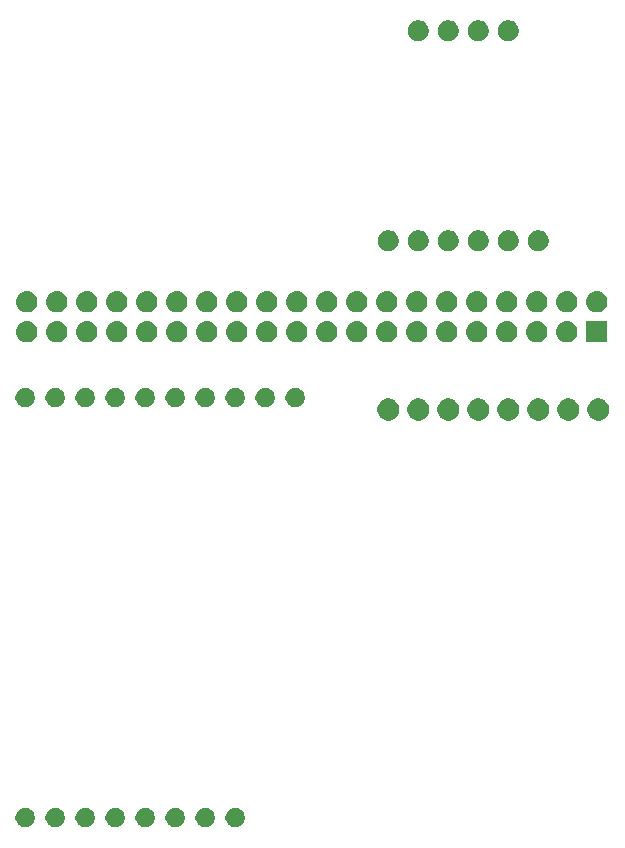
<source format=gbr>
G04 #@! TF.GenerationSoftware,KiCad,Pcbnew,(5.1.4)-1*
G04 #@! TF.CreationDate,2020-03-08T13:48:27-05:00*
G04 #@! TF.ProjectId,BigBrother,42696742-726f-4746-9865-722e6b696361,rev?*
G04 #@! TF.SameCoordinates,Original*
G04 #@! TF.FileFunction,Soldermask,Bot*
G04 #@! TF.FilePolarity,Negative*
%FSLAX46Y46*%
G04 Gerber Fmt 4.6, Leading zero omitted, Abs format (unit mm)*
G04 Created by KiCad (PCBNEW (5.1.4)-1) date 2020-03-08 13:48:27*
%MOMM*%
%LPD*%
G04 APERTURE LIST*
%ADD10C,0.100000*%
G04 APERTURE END LIST*
D10*
G36*
X139251342Y-123119442D02*
G01*
X139399301Y-123180729D01*
X139532455Y-123269699D01*
X139645701Y-123382945D01*
X139734671Y-123516099D01*
X139795958Y-123664058D01*
X139827200Y-123821125D01*
X139827200Y-123981275D01*
X139795958Y-124138342D01*
X139734671Y-124286301D01*
X139645701Y-124419455D01*
X139532455Y-124532701D01*
X139399301Y-124621671D01*
X139251342Y-124682958D01*
X139094275Y-124714200D01*
X138934125Y-124714200D01*
X138777058Y-124682958D01*
X138629099Y-124621671D01*
X138495945Y-124532701D01*
X138382699Y-124419455D01*
X138293729Y-124286301D01*
X138232442Y-124138342D01*
X138201200Y-123981275D01*
X138201200Y-123821125D01*
X138232442Y-123664058D01*
X138293729Y-123516099D01*
X138382699Y-123382945D01*
X138495945Y-123269699D01*
X138629099Y-123180729D01*
X138777058Y-123119442D01*
X138934125Y-123088200D01*
X139094275Y-123088200D01*
X139251342Y-123119442D01*
X139251342Y-123119442D01*
G37*
G36*
X134171342Y-123119442D02*
G01*
X134319301Y-123180729D01*
X134452455Y-123269699D01*
X134565701Y-123382945D01*
X134654671Y-123516099D01*
X134715958Y-123664058D01*
X134747200Y-123821125D01*
X134747200Y-123981275D01*
X134715958Y-124138342D01*
X134654671Y-124286301D01*
X134565701Y-124419455D01*
X134452455Y-124532701D01*
X134319301Y-124621671D01*
X134171342Y-124682958D01*
X134014275Y-124714200D01*
X133854125Y-124714200D01*
X133697058Y-124682958D01*
X133549099Y-124621671D01*
X133415945Y-124532701D01*
X133302699Y-124419455D01*
X133213729Y-124286301D01*
X133152442Y-124138342D01*
X133121200Y-123981275D01*
X133121200Y-123821125D01*
X133152442Y-123664058D01*
X133213729Y-123516099D01*
X133302699Y-123382945D01*
X133415945Y-123269699D01*
X133549099Y-123180729D01*
X133697058Y-123119442D01*
X133854125Y-123088200D01*
X134014275Y-123088200D01*
X134171342Y-123119442D01*
X134171342Y-123119442D01*
G37*
G36*
X129091342Y-123119442D02*
G01*
X129239301Y-123180729D01*
X129372455Y-123269699D01*
X129485701Y-123382945D01*
X129574671Y-123516099D01*
X129635958Y-123664058D01*
X129667200Y-123821125D01*
X129667200Y-123981275D01*
X129635958Y-124138342D01*
X129574671Y-124286301D01*
X129485701Y-124419455D01*
X129372455Y-124532701D01*
X129239301Y-124621671D01*
X129091342Y-124682958D01*
X128934275Y-124714200D01*
X128774125Y-124714200D01*
X128617058Y-124682958D01*
X128469099Y-124621671D01*
X128335945Y-124532701D01*
X128222699Y-124419455D01*
X128133729Y-124286301D01*
X128072442Y-124138342D01*
X128041200Y-123981275D01*
X128041200Y-123821125D01*
X128072442Y-123664058D01*
X128133729Y-123516099D01*
X128222699Y-123382945D01*
X128335945Y-123269699D01*
X128469099Y-123180729D01*
X128617058Y-123119442D01*
X128774125Y-123088200D01*
X128934275Y-123088200D01*
X129091342Y-123119442D01*
X129091342Y-123119442D01*
G37*
G36*
X126551342Y-123119442D02*
G01*
X126699301Y-123180729D01*
X126832455Y-123269699D01*
X126945701Y-123382945D01*
X127034671Y-123516099D01*
X127095958Y-123664058D01*
X127127200Y-123821125D01*
X127127200Y-123981275D01*
X127095958Y-124138342D01*
X127034671Y-124286301D01*
X126945701Y-124419455D01*
X126832455Y-124532701D01*
X126699301Y-124621671D01*
X126551342Y-124682958D01*
X126394275Y-124714200D01*
X126234125Y-124714200D01*
X126077058Y-124682958D01*
X125929099Y-124621671D01*
X125795945Y-124532701D01*
X125682699Y-124419455D01*
X125593729Y-124286301D01*
X125532442Y-124138342D01*
X125501200Y-123981275D01*
X125501200Y-123821125D01*
X125532442Y-123664058D01*
X125593729Y-123516099D01*
X125682699Y-123382945D01*
X125795945Y-123269699D01*
X125929099Y-123180729D01*
X126077058Y-123119442D01*
X126234125Y-123088200D01*
X126394275Y-123088200D01*
X126551342Y-123119442D01*
X126551342Y-123119442D01*
G37*
G36*
X124011342Y-123119442D02*
G01*
X124159301Y-123180729D01*
X124292455Y-123269699D01*
X124405701Y-123382945D01*
X124494671Y-123516099D01*
X124555958Y-123664058D01*
X124587200Y-123821125D01*
X124587200Y-123981275D01*
X124555958Y-124138342D01*
X124494671Y-124286301D01*
X124405701Y-124419455D01*
X124292455Y-124532701D01*
X124159301Y-124621671D01*
X124011342Y-124682958D01*
X123854275Y-124714200D01*
X123694125Y-124714200D01*
X123537058Y-124682958D01*
X123389099Y-124621671D01*
X123255945Y-124532701D01*
X123142699Y-124419455D01*
X123053729Y-124286301D01*
X122992442Y-124138342D01*
X122961200Y-123981275D01*
X122961200Y-123821125D01*
X122992442Y-123664058D01*
X123053729Y-123516099D01*
X123142699Y-123382945D01*
X123255945Y-123269699D01*
X123389099Y-123180729D01*
X123537058Y-123119442D01*
X123694125Y-123088200D01*
X123854275Y-123088200D01*
X124011342Y-123119442D01*
X124011342Y-123119442D01*
G37*
G36*
X121471342Y-123119442D02*
G01*
X121619301Y-123180729D01*
X121752455Y-123269699D01*
X121865701Y-123382945D01*
X121954671Y-123516099D01*
X122015958Y-123664058D01*
X122047200Y-123821125D01*
X122047200Y-123981275D01*
X122015958Y-124138342D01*
X121954671Y-124286301D01*
X121865701Y-124419455D01*
X121752455Y-124532701D01*
X121619301Y-124621671D01*
X121471342Y-124682958D01*
X121314275Y-124714200D01*
X121154125Y-124714200D01*
X120997058Y-124682958D01*
X120849099Y-124621671D01*
X120715945Y-124532701D01*
X120602699Y-124419455D01*
X120513729Y-124286301D01*
X120452442Y-124138342D01*
X120421200Y-123981275D01*
X120421200Y-123821125D01*
X120452442Y-123664058D01*
X120513729Y-123516099D01*
X120602699Y-123382945D01*
X120715945Y-123269699D01*
X120849099Y-123180729D01*
X120997058Y-123119442D01*
X121154125Y-123088200D01*
X121314275Y-123088200D01*
X121471342Y-123119442D01*
X121471342Y-123119442D01*
G37*
G36*
X131631342Y-123119442D02*
G01*
X131779301Y-123180729D01*
X131912455Y-123269699D01*
X132025701Y-123382945D01*
X132114671Y-123516099D01*
X132175958Y-123664058D01*
X132207200Y-123821125D01*
X132207200Y-123981275D01*
X132175958Y-124138342D01*
X132114671Y-124286301D01*
X132025701Y-124419455D01*
X131912455Y-124532701D01*
X131779301Y-124621671D01*
X131631342Y-124682958D01*
X131474275Y-124714200D01*
X131314125Y-124714200D01*
X131157058Y-124682958D01*
X131009099Y-124621671D01*
X130875945Y-124532701D01*
X130762699Y-124419455D01*
X130673729Y-124286301D01*
X130612442Y-124138342D01*
X130581200Y-123981275D01*
X130581200Y-123821125D01*
X130612442Y-123664058D01*
X130673729Y-123516099D01*
X130762699Y-123382945D01*
X130875945Y-123269699D01*
X131009099Y-123180729D01*
X131157058Y-123119442D01*
X131314125Y-123088200D01*
X131474275Y-123088200D01*
X131631342Y-123119442D01*
X131631342Y-123119442D01*
G37*
G36*
X136711342Y-123119442D02*
G01*
X136859301Y-123180729D01*
X136992455Y-123269699D01*
X137105701Y-123382945D01*
X137194671Y-123516099D01*
X137255958Y-123664058D01*
X137287200Y-123821125D01*
X137287200Y-123981275D01*
X137255958Y-124138342D01*
X137194671Y-124286301D01*
X137105701Y-124419455D01*
X136992455Y-124532701D01*
X136859301Y-124621671D01*
X136711342Y-124682958D01*
X136554275Y-124714200D01*
X136394125Y-124714200D01*
X136237058Y-124682958D01*
X136089099Y-124621671D01*
X135955945Y-124532701D01*
X135842699Y-124419455D01*
X135753729Y-124286301D01*
X135692442Y-124138342D01*
X135661200Y-123981275D01*
X135661200Y-123821125D01*
X135692442Y-123664058D01*
X135753729Y-123516099D01*
X135842699Y-123382945D01*
X135955945Y-123269699D01*
X136089099Y-123180729D01*
X136237058Y-123119442D01*
X136394125Y-123088200D01*
X136554275Y-123088200D01*
X136711342Y-123119442D01*
X136711342Y-123119442D01*
G37*
G36*
X157347787Y-88453323D02*
G01*
X157518855Y-88524182D01*
X157518857Y-88524183D01*
X157596358Y-88575968D01*
X157672814Y-88627054D01*
X157803746Y-88757986D01*
X157906618Y-88911945D01*
X157977477Y-89083013D01*
X158013600Y-89264617D01*
X158013600Y-89449783D01*
X157977477Y-89631387D01*
X157906618Y-89802455D01*
X157906617Y-89802457D01*
X157803745Y-89956415D01*
X157672815Y-90087345D01*
X157518857Y-90190217D01*
X157518856Y-90190218D01*
X157518855Y-90190218D01*
X157347787Y-90261077D01*
X157166183Y-90297200D01*
X156981017Y-90297200D01*
X156799413Y-90261077D01*
X156628345Y-90190218D01*
X156628344Y-90190218D01*
X156628343Y-90190217D01*
X156474385Y-90087345D01*
X156343455Y-89956415D01*
X156240583Y-89802457D01*
X156240582Y-89802455D01*
X156169723Y-89631387D01*
X156133600Y-89449783D01*
X156133600Y-89264617D01*
X156169723Y-89083013D01*
X156240582Y-88911945D01*
X156343454Y-88757986D01*
X156474386Y-88627054D01*
X156550842Y-88575968D01*
X156628343Y-88524183D01*
X156628345Y-88524182D01*
X156799413Y-88453323D01*
X156981017Y-88417200D01*
X157166183Y-88417200D01*
X157347787Y-88453323D01*
X157347787Y-88453323D01*
G37*
G36*
X170047787Y-88453323D02*
G01*
X170218855Y-88524182D01*
X170218857Y-88524183D01*
X170296358Y-88575968D01*
X170372814Y-88627054D01*
X170503746Y-88757986D01*
X170606618Y-88911945D01*
X170677477Y-89083013D01*
X170713600Y-89264617D01*
X170713600Y-89449783D01*
X170677477Y-89631387D01*
X170606618Y-89802455D01*
X170606617Y-89802457D01*
X170503745Y-89956415D01*
X170372815Y-90087345D01*
X170218857Y-90190217D01*
X170218856Y-90190218D01*
X170218855Y-90190218D01*
X170047787Y-90261077D01*
X169866183Y-90297200D01*
X169681017Y-90297200D01*
X169499413Y-90261077D01*
X169328345Y-90190218D01*
X169328344Y-90190218D01*
X169328343Y-90190217D01*
X169174385Y-90087345D01*
X169043455Y-89956415D01*
X168940583Y-89802457D01*
X168940582Y-89802455D01*
X168869723Y-89631387D01*
X168833600Y-89449783D01*
X168833600Y-89264617D01*
X168869723Y-89083013D01*
X168940582Y-88911945D01*
X169043454Y-88757986D01*
X169174386Y-88627054D01*
X169250842Y-88575968D01*
X169328343Y-88524183D01*
X169328345Y-88524182D01*
X169499413Y-88453323D01*
X169681017Y-88417200D01*
X169866183Y-88417200D01*
X170047787Y-88453323D01*
X170047787Y-88453323D01*
G37*
G36*
X167507787Y-88453323D02*
G01*
X167678855Y-88524182D01*
X167678857Y-88524183D01*
X167756358Y-88575968D01*
X167832814Y-88627054D01*
X167963746Y-88757986D01*
X168066618Y-88911945D01*
X168137477Y-89083013D01*
X168173600Y-89264617D01*
X168173600Y-89449783D01*
X168137477Y-89631387D01*
X168066618Y-89802455D01*
X168066617Y-89802457D01*
X167963745Y-89956415D01*
X167832815Y-90087345D01*
X167678857Y-90190217D01*
X167678856Y-90190218D01*
X167678855Y-90190218D01*
X167507787Y-90261077D01*
X167326183Y-90297200D01*
X167141017Y-90297200D01*
X166959413Y-90261077D01*
X166788345Y-90190218D01*
X166788344Y-90190218D01*
X166788343Y-90190217D01*
X166634385Y-90087345D01*
X166503455Y-89956415D01*
X166400583Y-89802457D01*
X166400582Y-89802455D01*
X166329723Y-89631387D01*
X166293600Y-89449783D01*
X166293600Y-89264617D01*
X166329723Y-89083013D01*
X166400582Y-88911945D01*
X166503454Y-88757986D01*
X166634386Y-88627054D01*
X166710842Y-88575968D01*
X166788343Y-88524183D01*
X166788345Y-88524182D01*
X166959413Y-88453323D01*
X167141017Y-88417200D01*
X167326183Y-88417200D01*
X167507787Y-88453323D01*
X167507787Y-88453323D01*
G37*
G36*
X164967787Y-88453323D02*
G01*
X165138855Y-88524182D01*
X165138857Y-88524183D01*
X165216358Y-88575968D01*
X165292814Y-88627054D01*
X165423746Y-88757986D01*
X165526618Y-88911945D01*
X165597477Y-89083013D01*
X165633600Y-89264617D01*
X165633600Y-89449783D01*
X165597477Y-89631387D01*
X165526618Y-89802455D01*
X165526617Y-89802457D01*
X165423745Y-89956415D01*
X165292815Y-90087345D01*
X165138857Y-90190217D01*
X165138856Y-90190218D01*
X165138855Y-90190218D01*
X164967787Y-90261077D01*
X164786183Y-90297200D01*
X164601017Y-90297200D01*
X164419413Y-90261077D01*
X164248345Y-90190218D01*
X164248344Y-90190218D01*
X164248343Y-90190217D01*
X164094385Y-90087345D01*
X163963455Y-89956415D01*
X163860583Y-89802457D01*
X163860582Y-89802455D01*
X163789723Y-89631387D01*
X163753600Y-89449783D01*
X163753600Y-89264617D01*
X163789723Y-89083013D01*
X163860582Y-88911945D01*
X163963454Y-88757986D01*
X164094386Y-88627054D01*
X164170842Y-88575968D01*
X164248343Y-88524183D01*
X164248345Y-88524182D01*
X164419413Y-88453323D01*
X164601017Y-88417200D01*
X164786183Y-88417200D01*
X164967787Y-88453323D01*
X164967787Y-88453323D01*
G37*
G36*
X152267787Y-88453323D02*
G01*
X152438855Y-88524182D01*
X152438857Y-88524183D01*
X152516358Y-88575968D01*
X152592814Y-88627054D01*
X152723746Y-88757986D01*
X152826618Y-88911945D01*
X152897477Y-89083013D01*
X152933600Y-89264617D01*
X152933600Y-89449783D01*
X152897477Y-89631387D01*
X152826618Y-89802455D01*
X152826617Y-89802457D01*
X152723745Y-89956415D01*
X152592815Y-90087345D01*
X152438857Y-90190217D01*
X152438856Y-90190218D01*
X152438855Y-90190218D01*
X152267787Y-90261077D01*
X152086183Y-90297200D01*
X151901017Y-90297200D01*
X151719413Y-90261077D01*
X151548345Y-90190218D01*
X151548344Y-90190218D01*
X151548343Y-90190217D01*
X151394385Y-90087345D01*
X151263455Y-89956415D01*
X151160583Y-89802457D01*
X151160582Y-89802455D01*
X151089723Y-89631387D01*
X151053600Y-89449783D01*
X151053600Y-89264617D01*
X151089723Y-89083013D01*
X151160582Y-88911945D01*
X151263454Y-88757986D01*
X151394386Y-88627054D01*
X151470842Y-88575968D01*
X151548343Y-88524183D01*
X151548345Y-88524182D01*
X151719413Y-88453323D01*
X151901017Y-88417200D01*
X152086183Y-88417200D01*
X152267787Y-88453323D01*
X152267787Y-88453323D01*
G37*
G36*
X154807787Y-88453323D02*
G01*
X154978855Y-88524182D01*
X154978857Y-88524183D01*
X155056358Y-88575968D01*
X155132814Y-88627054D01*
X155263746Y-88757986D01*
X155366618Y-88911945D01*
X155437477Y-89083013D01*
X155473600Y-89264617D01*
X155473600Y-89449783D01*
X155437477Y-89631387D01*
X155366618Y-89802455D01*
X155366617Y-89802457D01*
X155263745Y-89956415D01*
X155132815Y-90087345D01*
X154978857Y-90190217D01*
X154978856Y-90190218D01*
X154978855Y-90190218D01*
X154807787Y-90261077D01*
X154626183Y-90297200D01*
X154441017Y-90297200D01*
X154259413Y-90261077D01*
X154088345Y-90190218D01*
X154088344Y-90190218D01*
X154088343Y-90190217D01*
X153934385Y-90087345D01*
X153803455Y-89956415D01*
X153700583Y-89802457D01*
X153700582Y-89802455D01*
X153629723Y-89631387D01*
X153593600Y-89449783D01*
X153593600Y-89264617D01*
X153629723Y-89083013D01*
X153700582Y-88911945D01*
X153803454Y-88757986D01*
X153934386Y-88627054D01*
X154010842Y-88575968D01*
X154088343Y-88524183D01*
X154088345Y-88524182D01*
X154259413Y-88453323D01*
X154441017Y-88417200D01*
X154626183Y-88417200D01*
X154807787Y-88453323D01*
X154807787Y-88453323D01*
G37*
G36*
X159887787Y-88453323D02*
G01*
X160058855Y-88524182D01*
X160058857Y-88524183D01*
X160136358Y-88575968D01*
X160212814Y-88627054D01*
X160343746Y-88757986D01*
X160446618Y-88911945D01*
X160517477Y-89083013D01*
X160553600Y-89264617D01*
X160553600Y-89449783D01*
X160517477Y-89631387D01*
X160446618Y-89802455D01*
X160446617Y-89802457D01*
X160343745Y-89956415D01*
X160212815Y-90087345D01*
X160058857Y-90190217D01*
X160058856Y-90190218D01*
X160058855Y-90190218D01*
X159887787Y-90261077D01*
X159706183Y-90297200D01*
X159521017Y-90297200D01*
X159339413Y-90261077D01*
X159168345Y-90190218D01*
X159168344Y-90190218D01*
X159168343Y-90190217D01*
X159014385Y-90087345D01*
X158883455Y-89956415D01*
X158780583Y-89802457D01*
X158780582Y-89802455D01*
X158709723Y-89631387D01*
X158673600Y-89449783D01*
X158673600Y-89264617D01*
X158709723Y-89083013D01*
X158780582Y-88911945D01*
X158883454Y-88757986D01*
X159014386Y-88627054D01*
X159090842Y-88575968D01*
X159168343Y-88524183D01*
X159168345Y-88524182D01*
X159339413Y-88453323D01*
X159521017Y-88417200D01*
X159706183Y-88417200D01*
X159887787Y-88453323D01*
X159887787Y-88453323D01*
G37*
G36*
X162427787Y-88453323D02*
G01*
X162598855Y-88524182D01*
X162598857Y-88524183D01*
X162676358Y-88575968D01*
X162752814Y-88627054D01*
X162883746Y-88757986D01*
X162986618Y-88911945D01*
X163057477Y-89083013D01*
X163093600Y-89264617D01*
X163093600Y-89449783D01*
X163057477Y-89631387D01*
X162986618Y-89802455D01*
X162986617Y-89802457D01*
X162883745Y-89956415D01*
X162752815Y-90087345D01*
X162598857Y-90190217D01*
X162598856Y-90190218D01*
X162598855Y-90190218D01*
X162427787Y-90261077D01*
X162246183Y-90297200D01*
X162061017Y-90297200D01*
X161879413Y-90261077D01*
X161708345Y-90190218D01*
X161708344Y-90190218D01*
X161708343Y-90190217D01*
X161554385Y-90087345D01*
X161423455Y-89956415D01*
X161320583Y-89802457D01*
X161320582Y-89802455D01*
X161249723Y-89631387D01*
X161213600Y-89449783D01*
X161213600Y-89264617D01*
X161249723Y-89083013D01*
X161320582Y-88911945D01*
X161423454Y-88757986D01*
X161554386Y-88627054D01*
X161630842Y-88575968D01*
X161708343Y-88524183D01*
X161708345Y-88524182D01*
X161879413Y-88453323D01*
X162061017Y-88417200D01*
X162246183Y-88417200D01*
X162427787Y-88453323D01*
X162427787Y-88453323D01*
G37*
G36*
X144331342Y-87559442D02*
G01*
X144479301Y-87620729D01*
X144612455Y-87709699D01*
X144725701Y-87822945D01*
X144814671Y-87956099D01*
X144875958Y-88104058D01*
X144907200Y-88261125D01*
X144907200Y-88421275D01*
X144875958Y-88578342D01*
X144814671Y-88726301D01*
X144725701Y-88859455D01*
X144612455Y-88972701D01*
X144479301Y-89061671D01*
X144331342Y-89122958D01*
X144174275Y-89154200D01*
X144014125Y-89154200D01*
X143857058Y-89122958D01*
X143709099Y-89061671D01*
X143575945Y-88972701D01*
X143462699Y-88859455D01*
X143373729Y-88726301D01*
X143312442Y-88578342D01*
X143281200Y-88421275D01*
X143281200Y-88261125D01*
X143312442Y-88104058D01*
X143373729Y-87956099D01*
X143462699Y-87822945D01*
X143575945Y-87709699D01*
X143709099Y-87620729D01*
X143857058Y-87559442D01*
X144014125Y-87528200D01*
X144174275Y-87528200D01*
X144331342Y-87559442D01*
X144331342Y-87559442D01*
G37*
G36*
X124011342Y-87559442D02*
G01*
X124159301Y-87620729D01*
X124292455Y-87709699D01*
X124405701Y-87822945D01*
X124494671Y-87956099D01*
X124555958Y-88104058D01*
X124587200Y-88261125D01*
X124587200Y-88421275D01*
X124555958Y-88578342D01*
X124494671Y-88726301D01*
X124405701Y-88859455D01*
X124292455Y-88972701D01*
X124159301Y-89061671D01*
X124011342Y-89122958D01*
X123854275Y-89154200D01*
X123694125Y-89154200D01*
X123537058Y-89122958D01*
X123389099Y-89061671D01*
X123255945Y-88972701D01*
X123142699Y-88859455D01*
X123053729Y-88726301D01*
X122992442Y-88578342D01*
X122961200Y-88421275D01*
X122961200Y-88261125D01*
X122992442Y-88104058D01*
X123053729Y-87956099D01*
X123142699Y-87822945D01*
X123255945Y-87709699D01*
X123389099Y-87620729D01*
X123537058Y-87559442D01*
X123694125Y-87528200D01*
X123854275Y-87528200D01*
X124011342Y-87559442D01*
X124011342Y-87559442D01*
G37*
G36*
X126551342Y-87559442D02*
G01*
X126699301Y-87620729D01*
X126832455Y-87709699D01*
X126945701Y-87822945D01*
X127034671Y-87956099D01*
X127095958Y-88104058D01*
X127127200Y-88261125D01*
X127127200Y-88421275D01*
X127095958Y-88578342D01*
X127034671Y-88726301D01*
X126945701Y-88859455D01*
X126832455Y-88972701D01*
X126699301Y-89061671D01*
X126551342Y-89122958D01*
X126394275Y-89154200D01*
X126234125Y-89154200D01*
X126077058Y-89122958D01*
X125929099Y-89061671D01*
X125795945Y-88972701D01*
X125682699Y-88859455D01*
X125593729Y-88726301D01*
X125532442Y-88578342D01*
X125501200Y-88421275D01*
X125501200Y-88261125D01*
X125532442Y-88104058D01*
X125593729Y-87956099D01*
X125682699Y-87822945D01*
X125795945Y-87709699D01*
X125929099Y-87620729D01*
X126077058Y-87559442D01*
X126234125Y-87528200D01*
X126394275Y-87528200D01*
X126551342Y-87559442D01*
X126551342Y-87559442D01*
G37*
G36*
X131631342Y-87559442D02*
G01*
X131779301Y-87620729D01*
X131912455Y-87709699D01*
X132025701Y-87822945D01*
X132114671Y-87956099D01*
X132175958Y-88104058D01*
X132207200Y-88261125D01*
X132207200Y-88421275D01*
X132175958Y-88578342D01*
X132114671Y-88726301D01*
X132025701Y-88859455D01*
X131912455Y-88972701D01*
X131779301Y-89061671D01*
X131631342Y-89122958D01*
X131474275Y-89154200D01*
X131314125Y-89154200D01*
X131157058Y-89122958D01*
X131009099Y-89061671D01*
X130875945Y-88972701D01*
X130762699Y-88859455D01*
X130673729Y-88726301D01*
X130612442Y-88578342D01*
X130581200Y-88421275D01*
X130581200Y-88261125D01*
X130612442Y-88104058D01*
X130673729Y-87956099D01*
X130762699Y-87822945D01*
X130875945Y-87709699D01*
X131009099Y-87620729D01*
X131157058Y-87559442D01*
X131314125Y-87528200D01*
X131474275Y-87528200D01*
X131631342Y-87559442D01*
X131631342Y-87559442D01*
G37*
G36*
X129091342Y-87559442D02*
G01*
X129239301Y-87620729D01*
X129372455Y-87709699D01*
X129485701Y-87822945D01*
X129574671Y-87956099D01*
X129635958Y-88104058D01*
X129667200Y-88261125D01*
X129667200Y-88421275D01*
X129635958Y-88578342D01*
X129574671Y-88726301D01*
X129485701Y-88859455D01*
X129372455Y-88972701D01*
X129239301Y-89061671D01*
X129091342Y-89122958D01*
X128934275Y-89154200D01*
X128774125Y-89154200D01*
X128617058Y-89122958D01*
X128469099Y-89061671D01*
X128335945Y-88972701D01*
X128222699Y-88859455D01*
X128133729Y-88726301D01*
X128072442Y-88578342D01*
X128041200Y-88421275D01*
X128041200Y-88261125D01*
X128072442Y-88104058D01*
X128133729Y-87956099D01*
X128222699Y-87822945D01*
X128335945Y-87709699D01*
X128469099Y-87620729D01*
X128617058Y-87559442D01*
X128774125Y-87528200D01*
X128934275Y-87528200D01*
X129091342Y-87559442D01*
X129091342Y-87559442D01*
G37*
G36*
X134171342Y-87559442D02*
G01*
X134319301Y-87620729D01*
X134452455Y-87709699D01*
X134565701Y-87822945D01*
X134654671Y-87956099D01*
X134715958Y-88104058D01*
X134747200Y-88261125D01*
X134747200Y-88421275D01*
X134715958Y-88578342D01*
X134654671Y-88726301D01*
X134565701Y-88859455D01*
X134452455Y-88972701D01*
X134319301Y-89061671D01*
X134171342Y-89122958D01*
X134014275Y-89154200D01*
X133854125Y-89154200D01*
X133697058Y-89122958D01*
X133549099Y-89061671D01*
X133415945Y-88972701D01*
X133302699Y-88859455D01*
X133213729Y-88726301D01*
X133152442Y-88578342D01*
X133121200Y-88421275D01*
X133121200Y-88261125D01*
X133152442Y-88104058D01*
X133213729Y-87956099D01*
X133302699Y-87822945D01*
X133415945Y-87709699D01*
X133549099Y-87620729D01*
X133697058Y-87559442D01*
X133854125Y-87528200D01*
X134014275Y-87528200D01*
X134171342Y-87559442D01*
X134171342Y-87559442D01*
G37*
G36*
X136711342Y-87559442D02*
G01*
X136859301Y-87620729D01*
X136992455Y-87709699D01*
X137105701Y-87822945D01*
X137194671Y-87956099D01*
X137255958Y-88104058D01*
X137287200Y-88261125D01*
X137287200Y-88421275D01*
X137255958Y-88578342D01*
X137194671Y-88726301D01*
X137105701Y-88859455D01*
X136992455Y-88972701D01*
X136859301Y-89061671D01*
X136711342Y-89122958D01*
X136554275Y-89154200D01*
X136394125Y-89154200D01*
X136237058Y-89122958D01*
X136089099Y-89061671D01*
X135955945Y-88972701D01*
X135842699Y-88859455D01*
X135753729Y-88726301D01*
X135692442Y-88578342D01*
X135661200Y-88421275D01*
X135661200Y-88261125D01*
X135692442Y-88104058D01*
X135753729Y-87956099D01*
X135842699Y-87822945D01*
X135955945Y-87709699D01*
X136089099Y-87620729D01*
X136237058Y-87559442D01*
X136394125Y-87528200D01*
X136554275Y-87528200D01*
X136711342Y-87559442D01*
X136711342Y-87559442D01*
G37*
G36*
X139251342Y-87559442D02*
G01*
X139399301Y-87620729D01*
X139532455Y-87709699D01*
X139645701Y-87822945D01*
X139734671Y-87956099D01*
X139795958Y-88104058D01*
X139827200Y-88261125D01*
X139827200Y-88421275D01*
X139795958Y-88578342D01*
X139734671Y-88726301D01*
X139645701Y-88859455D01*
X139532455Y-88972701D01*
X139399301Y-89061671D01*
X139251342Y-89122958D01*
X139094275Y-89154200D01*
X138934125Y-89154200D01*
X138777058Y-89122958D01*
X138629099Y-89061671D01*
X138495945Y-88972701D01*
X138382699Y-88859455D01*
X138293729Y-88726301D01*
X138232442Y-88578342D01*
X138201200Y-88421275D01*
X138201200Y-88261125D01*
X138232442Y-88104058D01*
X138293729Y-87956099D01*
X138382699Y-87822945D01*
X138495945Y-87709699D01*
X138629099Y-87620729D01*
X138777058Y-87559442D01*
X138934125Y-87528200D01*
X139094275Y-87528200D01*
X139251342Y-87559442D01*
X139251342Y-87559442D01*
G37*
G36*
X121471342Y-87559442D02*
G01*
X121619301Y-87620729D01*
X121752455Y-87709699D01*
X121865701Y-87822945D01*
X121954671Y-87956099D01*
X122015958Y-88104058D01*
X122047200Y-88261125D01*
X122047200Y-88421275D01*
X122015958Y-88578342D01*
X121954671Y-88726301D01*
X121865701Y-88859455D01*
X121752455Y-88972701D01*
X121619301Y-89061671D01*
X121471342Y-89122958D01*
X121314275Y-89154200D01*
X121154125Y-89154200D01*
X120997058Y-89122958D01*
X120849099Y-89061671D01*
X120715945Y-88972701D01*
X120602699Y-88859455D01*
X120513729Y-88726301D01*
X120452442Y-88578342D01*
X120421200Y-88421275D01*
X120421200Y-88261125D01*
X120452442Y-88104058D01*
X120513729Y-87956099D01*
X120602699Y-87822945D01*
X120715945Y-87709699D01*
X120849099Y-87620729D01*
X120997058Y-87559442D01*
X121154125Y-87528200D01*
X121314275Y-87528200D01*
X121471342Y-87559442D01*
X121471342Y-87559442D01*
G37*
G36*
X141791342Y-87559442D02*
G01*
X141939301Y-87620729D01*
X142072455Y-87709699D01*
X142185701Y-87822945D01*
X142274671Y-87956099D01*
X142335958Y-88104058D01*
X142367200Y-88261125D01*
X142367200Y-88421275D01*
X142335958Y-88578342D01*
X142274671Y-88726301D01*
X142185701Y-88859455D01*
X142072455Y-88972701D01*
X141939301Y-89061671D01*
X141791342Y-89122958D01*
X141634275Y-89154200D01*
X141474125Y-89154200D01*
X141317058Y-89122958D01*
X141169099Y-89061671D01*
X141035945Y-88972701D01*
X140922699Y-88859455D01*
X140833729Y-88726301D01*
X140772442Y-88578342D01*
X140741200Y-88421275D01*
X140741200Y-88261125D01*
X140772442Y-88104058D01*
X140833729Y-87956099D01*
X140922699Y-87822945D01*
X141035945Y-87709699D01*
X141169099Y-87620729D01*
X141317058Y-87559442D01*
X141474125Y-87528200D01*
X141634275Y-87528200D01*
X141791342Y-87559442D01*
X141791342Y-87559442D01*
G37*
G36*
X149415443Y-81880519D02*
G01*
X149481627Y-81887037D01*
X149651466Y-81938557D01*
X149807991Y-82022222D01*
X149843729Y-82051552D01*
X149945186Y-82134814D01*
X150028448Y-82236271D01*
X150057778Y-82272009D01*
X150141443Y-82428534D01*
X150192963Y-82598373D01*
X150210359Y-82775000D01*
X150192963Y-82951627D01*
X150141443Y-83121466D01*
X150057778Y-83277991D01*
X150028448Y-83313729D01*
X149945186Y-83415186D01*
X149843729Y-83498448D01*
X149807991Y-83527778D01*
X149651466Y-83611443D01*
X149481627Y-83662963D01*
X149415443Y-83669481D01*
X149349260Y-83676000D01*
X149260740Y-83676000D01*
X149194557Y-83669481D01*
X149128373Y-83662963D01*
X148958534Y-83611443D01*
X148802009Y-83527778D01*
X148766271Y-83498448D01*
X148664814Y-83415186D01*
X148581552Y-83313729D01*
X148552222Y-83277991D01*
X148468557Y-83121466D01*
X148417037Y-82951627D01*
X148399641Y-82775000D01*
X148417037Y-82598373D01*
X148468557Y-82428534D01*
X148552222Y-82272009D01*
X148581552Y-82236271D01*
X148664814Y-82134814D01*
X148766271Y-82051552D01*
X148802009Y-82022222D01*
X148958534Y-81938557D01*
X149128373Y-81887037D01*
X149194557Y-81880519D01*
X149260740Y-81874000D01*
X149349260Y-81874000D01*
X149415443Y-81880519D01*
X149415443Y-81880519D01*
G37*
G36*
X170526000Y-83676000D02*
G01*
X168724000Y-83676000D01*
X168724000Y-81874000D01*
X170526000Y-81874000D01*
X170526000Y-83676000D01*
X170526000Y-83676000D01*
G37*
G36*
X167195443Y-81880519D02*
G01*
X167261627Y-81887037D01*
X167431466Y-81938557D01*
X167587991Y-82022222D01*
X167623729Y-82051552D01*
X167725186Y-82134814D01*
X167808448Y-82236271D01*
X167837778Y-82272009D01*
X167921443Y-82428534D01*
X167972963Y-82598373D01*
X167990359Y-82775000D01*
X167972963Y-82951627D01*
X167921443Y-83121466D01*
X167837778Y-83277991D01*
X167808448Y-83313729D01*
X167725186Y-83415186D01*
X167623729Y-83498448D01*
X167587991Y-83527778D01*
X167431466Y-83611443D01*
X167261627Y-83662963D01*
X167195443Y-83669481D01*
X167129260Y-83676000D01*
X167040740Y-83676000D01*
X166974557Y-83669481D01*
X166908373Y-83662963D01*
X166738534Y-83611443D01*
X166582009Y-83527778D01*
X166546271Y-83498448D01*
X166444814Y-83415186D01*
X166361552Y-83313729D01*
X166332222Y-83277991D01*
X166248557Y-83121466D01*
X166197037Y-82951627D01*
X166179641Y-82775000D01*
X166197037Y-82598373D01*
X166248557Y-82428534D01*
X166332222Y-82272009D01*
X166361552Y-82236271D01*
X166444814Y-82134814D01*
X166546271Y-82051552D01*
X166582009Y-82022222D01*
X166738534Y-81938557D01*
X166908373Y-81887037D01*
X166974557Y-81880519D01*
X167040740Y-81874000D01*
X167129260Y-81874000D01*
X167195443Y-81880519D01*
X167195443Y-81880519D01*
G37*
G36*
X164655443Y-81880519D02*
G01*
X164721627Y-81887037D01*
X164891466Y-81938557D01*
X165047991Y-82022222D01*
X165083729Y-82051552D01*
X165185186Y-82134814D01*
X165268448Y-82236271D01*
X165297778Y-82272009D01*
X165381443Y-82428534D01*
X165432963Y-82598373D01*
X165450359Y-82775000D01*
X165432963Y-82951627D01*
X165381443Y-83121466D01*
X165297778Y-83277991D01*
X165268448Y-83313729D01*
X165185186Y-83415186D01*
X165083729Y-83498448D01*
X165047991Y-83527778D01*
X164891466Y-83611443D01*
X164721627Y-83662963D01*
X164655443Y-83669481D01*
X164589260Y-83676000D01*
X164500740Y-83676000D01*
X164434557Y-83669481D01*
X164368373Y-83662963D01*
X164198534Y-83611443D01*
X164042009Y-83527778D01*
X164006271Y-83498448D01*
X163904814Y-83415186D01*
X163821552Y-83313729D01*
X163792222Y-83277991D01*
X163708557Y-83121466D01*
X163657037Y-82951627D01*
X163639641Y-82775000D01*
X163657037Y-82598373D01*
X163708557Y-82428534D01*
X163792222Y-82272009D01*
X163821552Y-82236271D01*
X163904814Y-82134814D01*
X164006271Y-82051552D01*
X164042009Y-82022222D01*
X164198534Y-81938557D01*
X164368373Y-81887037D01*
X164434557Y-81880519D01*
X164500740Y-81874000D01*
X164589260Y-81874000D01*
X164655443Y-81880519D01*
X164655443Y-81880519D01*
G37*
G36*
X162115443Y-81880519D02*
G01*
X162181627Y-81887037D01*
X162351466Y-81938557D01*
X162507991Y-82022222D01*
X162543729Y-82051552D01*
X162645186Y-82134814D01*
X162728448Y-82236271D01*
X162757778Y-82272009D01*
X162841443Y-82428534D01*
X162892963Y-82598373D01*
X162910359Y-82775000D01*
X162892963Y-82951627D01*
X162841443Y-83121466D01*
X162757778Y-83277991D01*
X162728448Y-83313729D01*
X162645186Y-83415186D01*
X162543729Y-83498448D01*
X162507991Y-83527778D01*
X162351466Y-83611443D01*
X162181627Y-83662963D01*
X162115443Y-83669481D01*
X162049260Y-83676000D01*
X161960740Y-83676000D01*
X161894557Y-83669481D01*
X161828373Y-83662963D01*
X161658534Y-83611443D01*
X161502009Y-83527778D01*
X161466271Y-83498448D01*
X161364814Y-83415186D01*
X161281552Y-83313729D01*
X161252222Y-83277991D01*
X161168557Y-83121466D01*
X161117037Y-82951627D01*
X161099641Y-82775000D01*
X161117037Y-82598373D01*
X161168557Y-82428534D01*
X161252222Y-82272009D01*
X161281552Y-82236271D01*
X161364814Y-82134814D01*
X161466271Y-82051552D01*
X161502009Y-82022222D01*
X161658534Y-81938557D01*
X161828373Y-81887037D01*
X161894557Y-81880519D01*
X161960740Y-81874000D01*
X162049260Y-81874000D01*
X162115443Y-81880519D01*
X162115443Y-81880519D01*
G37*
G36*
X159575443Y-81880519D02*
G01*
X159641627Y-81887037D01*
X159811466Y-81938557D01*
X159967991Y-82022222D01*
X160003729Y-82051552D01*
X160105186Y-82134814D01*
X160188448Y-82236271D01*
X160217778Y-82272009D01*
X160301443Y-82428534D01*
X160352963Y-82598373D01*
X160370359Y-82775000D01*
X160352963Y-82951627D01*
X160301443Y-83121466D01*
X160217778Y-83277991D01*
X160188448Y-83313729D01*
X160105186Y-83415186D01*
X160003729Y-83498448D01*
X159967991Y-83527778D01*
X159811466Y-83611443D01*
X159641627Y-83662963D01*
X159575443Y-83669481D01*
X159509260Y-83676000D01*
X159420740Y-83676000D01*
X159354557Y-83669481D01*
X159288373Y-83662963D01*
X159118534Y-83611443D01*
X158962009Y-83527778D01*
X158926271Y-83498448D01*
X158824814Y-83415186D01*
X158741552Y-83313729D01*
X158712222Y-83277991D01*
X158628557Y-83121466D01*
X158577037Y-82951627D01*
X158559641Y-82775000D01*
X158577037Y-82598373D01*
X158628557Y-82428534D01*
X158712222Y-82272009D01*
X158741552Y-82236271D01*
X158824814Y-82134814D01*
X158926271Y-82051552D01*
X158962009Y-82022222D01*
X159118534Y-81938557D01*
X159288373Y-81887037D01*
X159354557Y-81880519D01*
X159420740Y-81874000D01*
X159509260Y-81874000D01*
X159575443Y-81880519D01*
X159575443Y-81880519D01*
G37*
G36*
X154495443Y-81880519D02*
G01*
X154561627Y-81887037D01*
X154731466Y-81938557D01*
X154887991Y-82022222D01*
X154923729Y-82051552D01*
X155025186Y-82134814D01*
X155108448Y-82236271D01*
X155137778Y-82272009D01*
X155221443Y-82428534D01*
X155272963Y-82598373D01*
X155290359Y-82775000D01*
X155272963Y-82951627D01*
X155221443Y-83121466D01*
X155137778Y-83277991D01*
X155108448Y-83313729D01*
X155025186Y-83415186D01*
X154923729Y-83498448D01*
X154887991Y-83527778D01*
X154731466Y-83611443D01*
X154561627Y-83662963D01*
X154495443Y-83669481D01*
X154429260Y-83676000D01*
X154340740Y-83676000D01*
X154274557Y-83669481D01*
X154208373Y-83662963D01*
X154038534Y-83611443D01*
X153882009Y-83527778D01*
X153846271Y-83498448D01*
X153744814Y-83415186D01*
X153661552Y-83313729D01*
X153632222Y-83277991D01*
X153548557Y-83121466D01*
X153497037Y-82951627D01*
X153479641Y-82775000D01*
X153497037Y-82598373D01*
X153548557Y-82428534D01*
X153632222Y-82272009D01*
X153661552Y-82236271D01*
X153744814Y-82134814D01*
X153846271Y-82051552D01*
X153882009Y-82022222D01*
X154038534Y-81938557D01*
X154208373Y-81887037D01*
X154274557Y-81880519D01*
X154340740Y-81874000D01*
X154429260Y-81874000D01*
X154495443Y-81880519D01*
X154495443Y-81880519D01*
G37*
G36*
X151955443Y-81880519D02*
G01*
X152021627Y-81887037D01*
X152191466Y-81938557D01*
X152347991Y-82022222D01*
X152383729Y-82051552D01*
X152485186Y-82134814D01*
X152568448Y-82236271D01*
X152597778Y-82272009D01*
X152681443Y-82428534D01*
X152732963Y-82598373D01*
X152750359Y-82775000D01*
X152732963Y-82951627D01*
X152681443Y-83121466D01*
X152597778Y-83277991D01*
X152568448Y-83313729D01*
X152485186Y-83415186D01*
X152383729Y-83498448D01*
X152347991Y-83527778D01*
X152191466Y-83611443D01*
X152021627Y-83662963D01*
X151955443Y-83669481D01*
X151889260Y-83676000D01*
X151800740Y-83676000D01*
X151734557Y-83669481D01*
X151668373Y-83662963D01*
X151498534Y-83611443D01*
X151342009Y-83527778D01*
X151306271Y-83498448D01*
X151204814Y-83415186D01*
X151121552Y-83313729D01*
X151092222Y-83277991D01*
X151008557Y-83121466D01*
X150957037Y-82951627D01*
X150939641Y-82775000D01*
X150957037Y-82598373D01*
X151008557Y-82428534D01*
X151092222Y-82272009D01*
X151121552Y-82236271D01*
X151204814Y-82134814D01*
X151306271Y-82051552D01*
X151342009Y-82022222D01*
X151498534Y-81938557D01*
X151668373Y-81887037D01*
X151734557Y-81880519D01*
X151800740Y-81874000D01*
X151889260Y-81874000D01*
X151955443Y-81880519D01*
X151955443Y-81880519D01*
G37*
G36*
X146875443Y-81880519D02*
G01*
X146941627Y-81887037D01*
X147111466Y-81938557D01*
X147267991Y-82022222D01*
X147303729Y-82051552D01*
X147405186Y-82134814D01*
X147488448Y-82236271D01*
X147517778Y-82272009D01*
X147601443Y-82428534D01*
X147652963Y-82598373D01*
X147670359Y-82775000D01*
X147652963Y-82951627D01*
X147601443Y-83121466D01*
X147517778Y-83277991D01*
X147488448Y-83313729D01*
X147405186Y-83415186D01*
X147303729Y-83498448D01*
X147267991Y-83527778D01*
X147111466Y-83611443D01*
X146941627Y-83662963D01*
X146875443Y-83669481D01*
X146809260Y-83676000D01*
X146720740Y-83676000D01*
X146654557Y-83669481D01*
X146588373Y-83662963D01*
X146418534Y-83611443D01*
X146262009Y-83527778D01*
X146226271Y-83498448D01*
X146124814Y-83415186D01*
X146041552Y-83313729D01*
X146012222Y-83277991D01*
X145928557Y-83121466D01*
X145877037Y-82951627D01*
X145859641Y-82775000D01*
X145877037Y-82598373D01*
X145928557Y-82428534D01*
X146012222Y-82272009D01*
X146041552Y-82236271D01*
X146124814Y-82134814D01*
X146226271Y-82051552D01*
X146262009Y-82022222D01*
X146418534Y-81938557D01*
X146588373Y-81887037D01*
X146654557Y-81880519D01*
X146720740Y-81874000D01*
X146809260Y-81874000D01*
X146875443Y-81880519D01*
X146875443Y-81880519D01*
G37*
G36*
X144335443Y-81880519D02*
G01*
X144401627Y-81887037D01*
X144571466Y-81938557D01*
X144727991Y-82022222D01*
X144763729Y-82051552D01*
X144865186Y-82134814D01*
X144948448Y-82236271D01*
X144977778Y-82272009D01*
X145061443Y-82428534D01*
X145112963Y-82598373D01*
X145130359Y-82775000D01*
X145112963Y-82951627D01*
X145061443Y-83121466D01*
X144977778Y-83277991D01*
X144948448Y-83313729D01*
X144865186Y-83415186D01*
X144763729Y-83498448D01*
X144727991Y-83527778D01*
X144571466Y-83611443D01*
X144401627Y-83662963D01*
X144335443Y-83669481D01*
X144269260Y-83676000D01*
X144180740Y-83676000D01*
X144114557Y-83669481D01*
X144048373Y-83662963D01*
X143878534Y-83611443D01*
X143722009Y-83527778D01*
X143686271Y-83498448D01*
X143584814Y-83415186D01*
X143501552Y-83313729D01*
X143472222Y-83277991D01*
X143388557Y-83121466D01*
X143337037Y-82951627D01*
X143319641Y-82775000D01*
X143337037Y-82598373D01*
X143388557Y-82428534D01*
X143472222Y-82272009D01*
X143501552Y-82236271D01*
X143584814Y-82134814D01*
X143686271Y-82051552D01*
X143722009Y-82022222D01*
X143878534Y-81938557D01*
X144048373Y-81887037D01*
X144114557Y-81880519D01*
X144180740Y-81874000D01*
X144269260Y-81874000D01*
X144335443Y-81880519D01*
X144335443Y-81880519D01*
G37*
G36*
X139255443Y-81880519D02*
G01*
X139321627Y-81887037D01*
X139491466Y-81938557D01*
X139647991Y-82022222D01*
X139683729Y-82051552D01*
X139785186Y-82134814D01*
X139868448Y-82236271D01*
X139897778Y-82272009D01*
X139981443Y-82428534D01*
X140032963Y-82598373D01*
X140050359Y-82775000D01*
X140032963Y-82951627D01*
X139981443Y-83121466D01*
X139897778Y-83277991D01*
X139868448Y-83313729D01*
X139785186Y-83415186D01*
X139683729Y-83498448D01*
X139647991Y-83527778D01*
X139491466Y-83611443D01*
X139321627Y-83662963D01*
X139255443Y-83669481D01*
X139189260Y-83676000D01*
X139100740Y-83676000D01*
X139034557Y-83669481D01*
X138968373Y-83662963D01*
X138798534Y-83611443D01*
X138642009Y-83527778D01*
X138606271Y-83498448D01*
X138504814Y-83415186D01*
X138421552Y-83313729D01*
X138392222Y-83277991D01*
X138308557Y-83121466D01*
X138257037Y-82951627D01*
X138239641Y-82775000D01*
X138257037Y-82598373D01*
X138308557Y-82428534D01*
X138392222Y-82272009D01*
X138421552Y-82236271D01*
X138504814Y-82134814D01*
X138606271Y-82051552D01*
X138642009Y-82022222D01*
X138798534Y-81938557D01*
X138968373Y-81887037D01*
X139034557Y-81880519D01*
X139100740Y-81874000D01*
X139189260Y-81874000D01*
X139255443Y-81880519D01*
X139255443Y-81880519D01*
G37*
G36*
X141795443Y-81880519D02*
G01*
X141861627Y-81887037D01*
X142031466Y-81938557D01*
X142187991Y-82022222D01*
X142223729Y-82051552D01*
X142325186Y-82134814D01*
X142408448Y-82236271D01*
X142437778Y-82272009D01*
X142521443Y-82428534D01*
X142572963Y-82598373D01*
X142590359Y-82775000D01*
X142572963Y-82951627D01*
X142521443Y-83121466D01*
X142437778Y-83277991D01*
X142408448Y-83313729D01*
X142325186Y-83415186D01*
X142223729Y-83498448D01*
X142187991Y-83527778D01*
X142031466Y-83611443D01*
X141861627Y-83662963D01*
X141795443Y-83669481D01*
X141729260Y-83676000D01*
X141640740Y-83676000D01*
X141574557Y-83669481D01*
X141508373Y-83662963D01*
X141338534Y-83611443D01*
X141182009Y-83527778D01*
X141146271Y-83498448D01*
X141044814Y-83415186D01*
X140961552Y-83313729D01*
X140932222Y-83277991D01*
X140848557Y-83121466D01*
X140797037Y-82951627D01*
X140779641Y-82775000D01*
X140797037Y-82598373D01*
X140848557Y-82428534D01*
X140932222Y-82272009D01*
X140961552Y-82236271D01*
X141044814Y-82134814D01*
X141146271Y-82051552D01*
X141182009Y-82022222D01*
X141338534Y-81938557D01*
X141508373Y-81887037D01*
X141574557Y-81880519D01*
X141640740Y-81874000D01*
X141729260Y-81874000D01*
X141795443Y-81880519D01*
X141795443Y-81880519D01*
G37*
G36*
X121475443Y-81880519D02*
G01*
X121541627Y-81887037D01*
X121711466Y-81938557D01*
X121867991Y-82022222D01*
X121903729Y-82051552D01*
X122005186Y-82134814D01*
X122088448Y-82236271D01*
X122117778Y-82272009D01*
X122201443Y-82428534D01*
X122252963Y-82598373D01*
X122270359Y-82775000D01*
X122252963Y-82951627D01*
X122201443Y-83121466D01*
X122117778Y-83277991D01*
X122088448Y-83313729D01*
X122005186Y-83415186D01*
X121903729Y-83498448D01*
X121867991Y-83527778D01*
X121711466Y-83611443D01*
X121541627Y-83662963D01*
X121475443Y-83669481D01*
X121409260Y-83676000D01*
X121320740Y-83676000D01*
X121254557Y-83669481D01*
X121188373Y-83662963D01*
X121018534Y-83611443D01*
X120862009Y-83527778D01*
X120826271Y-83498448D01*
X120724814Y-83415186D01*
X120641552Y-83313729D01*
X120612222Y-83277991D01*
X120528557Y-83121466D01*
X120477037Y-82951627D01*
X120459641Y-82775000D01*
X120477037Y-82598373D01*
X120528557Y-82428534D01*
X120612222Y-82272009D01*
X120641552Y-82236271D01*
X120724814Y-82134814D01*
X120826271Y-82051552D01*
X120862009Y-82022222D01*
X121018534Y-81938557D01*
X121188373Y-81887037D01*
X121254557Y-81880519D01*
X121320740Y-81874000D01*
X121409260Y-81874000D01*
X121475443Y-81880519D01*
X121475443Y-81880519D01*
G37*
G36*
X157035443Y-81880519D02*
G01*
X157101627Y-81887037D01*
X157271466Y-81938557D01*
X157427991Y-82022222D01*
X157463729Y-82051552D01*
X157565186Y-82134814D01*
X157648448Y-82236271D01*
X157677778Y-82272009D01*
X157761443Y-82428534D01*
X157812963Y-82598373D01*
X157830359Y-82775000D01*
X157812963Y-82951627D01*
X157761443Y-83121466D01*
X157677778Y-83277991D01*
X157648448Y-83313729D01*
X157565186Y-83415186D01*
X157463729Y-83498448D01*
X157427991Y-83527778D01*
X157271466Y-83611443D01*
X157101627Y-83662963D01*
X157035443Y-83669481D01*
X156969260Y-83676000D01*
X156880740Y-83676000D01*
X156814557Y-83669481D01*
X156748373Y-83662963D01*
X156578534Y-83611443D01*
X156422009Y-83527778D01*
X156386271Y-83498448D01*
X156284814Y-83415186D01*
X156201552Y-83313729D01*
X156172222Y-83277991D01*
X156088557Y-83121466D01*
X156037037Y-82951627D01*
X156019641Y-82775000D01*
X156037037Y-82598373D01*
X156088557Y-82428534D01*
X156172222Y-82272009D01*
X156201552Y-82236271D01*
X156284814Y-82134814D01*
X156386271Y-82051552D01*
X156422009Y-82022222D01*
X156578534Y-81938557D01*
X156748373Y-81887037D01*
X156814557Y-81880519D01*
X156880740Y-81874000D01*
X156969260Y-81874000D01*
X157035443Y-81880519D01*
X157035443Y-81880519D01*
G37*
G36*
X124015443Y-81880519D02*
G01*
X124081627Y-81887037D01*
X124251466Y-81938557D01*
X124407991Y-82022222D01*
X124443729Y-82051552D01*
X124545186Y-82134814D01*
X124628448Y-82236271D01*
X124657778Y-82272009D01*
X124741443Y-82428534D01*
X124792963Y-82598373D01*
X124810359Y-82775000D01*
X124792963Y-82951627D01*
X124741443Y-83121466D01*
X124657778Y-83277991D01*
X124628448Y-83313729D01*
X124545186Y-83415186D01*
X124443729Y-83498448D01*
X124407991Y-83527778D01*
X124251466Y-83611443D01*
X124081627Y-83662963D01*
X124015443Y-83669481D01*
X123949260Y-83676000D01*
X123860740Y-83676000D01*
X123794557Y-83669481D01*
X123728373Y-83662963D01*
X123558534Y-83611443D01*
X123402009Y-83527778D01*
X123366271Y-83498448D01*
X123264814Y-83415186D01*
X123181552Y-83313729D01*
X123152222Y-83277991D01*
X123068557Y-83121466D01*
X123017037Y-82951627D01*
X122999641Y-82775000D01*
X123017037Y-82598373D01*
X123068557Y-82428534D01*
X123152222Y-82272009D01*
X123181552Y-82236271D01*
X123264814Y-82134814D01*
X123366271Y-82051552D01*
X123402009Y-82022222D01*
X123558534Y-81938557D01*
X123728373Y-81887037D01*
X123794557Y-81880519D01*
X123860740Y-81874000D01*
X123949260Y-81874000D01*
X124015443Y-81880519D01*
X124015443Y-81880519D01*
G37*
G36*
X126555443Y-81880519D02*
G01*
X126621627Y-81887037D01*
X126791466Y-81938557D01*
X126947991Y-82022222D01*
X126983729Y-82051552D01*
X127085186Y-82134814D01*
X127168448Y-82236271D01*
X127197778Y-82272009D01*
X127281443Y-82428534D01*
X127332963Y-82598373D01*
X127350359Y-82775000D01*
X127332963Y-82951627D01*
X127281443Y-83121466D01*
X127197778Y-83277991D01*
X127168448Y-83313729D01*
X127085186Y-83415186D01*
X126983729Y-83498448D01*
X126947991Y-83527778D01*
X126791466Y-83611443D01*
X126621627Y-83662963D01*
X126555443Y-83669481D01*
X126489260Y-83676000D01*
X126400740Y-83676000D01*
X126334557Y-83669481D01*
X126268373Y-83662963D01*
X126098534Y-83611443D01*
X125942009Y-83527778D01*
X125906271Y-83498448D01*
X125804814Y-83415186D01*
X125721552Y-83313729D01*
X125692222Y-83277991D01*
X125608557Y-83121466D01*
X125557037Y-82951627D01*
X125539641Y-82775000D01*
X125557037Y-82598373D01*
X125608557Y-82428534D01*
X125692222Y-82272009D01*
X125721552Y-82236271D01*
X125804814Y-82134814D01*
X125906271Y-82051552D01*
X125942009Y-82022222D01*
X126098534Y-81938557D01*
X126268373Y-81887037D01*
X126334557Y-81880519D01*
X126400740Y-81874000D01*
X126489260Y-81874000D01*
X126555443Y-81880519D01*
X126555443Y-81880519D01*
G37*
G36*
X129095443Y-81880519D02*
G01*
X129161627Y-81887037D01*
X129331466Y-81938557D01*
X129487991Y-82022222D01*
X129523729Y-82051552D01*
X129625186Y-82134814D01*
X129708448Y-82236271D01*
X129737778Y-82272009D01*
X129821443Y-82428534D01*
X129872963Y-82598373D01*
X129890359Y-82775000D01*
X129872963Y-82951627D01*
X129821443Y-83121466D01*
X129737778Y-83277991D01*
X129708448Y-83313729D01*
X129625186Y-83415186D01*
X129523729Y-83498448D01*
X129487991Y-83527778D01*
X129331466Y-83611443D01*
X129161627Y-83662963D01*
X129095443Y-83669481D01*
X129029260Y-83676000D01*
X128940740Y-83676000D01*
X128874557Y-83669481D01*
X128808373Y-83662963D01*
X128638534Y-83611443D01*
X128482009Y-83527778D01*
X128446271Y-83498448D01*
X128344814Y-83415186D01*
X128261552Y-83313729D01*
X128232222Y-83277991D01*
X128148557Y-83121466D01*
X128097037Y-82951627D01*
X128079641Y-82775000D01*
X128097037Y-82598373D01*
X128148557Y-82428534D01*
X128232222Y-82272009D01*
X128261552Y-82236271D01*
X128344814Y-82134814D01*
X128446271Y-82051552D01*
X128482009Y-82022222D01*
X128638534Y-81938557D01*
X128808373Y-81887037D01*
X128874557Y-81880519D01*
X128940740Y-81874000D01*
X129029260Y-81874000D01*
X129095443Y-81880519D01*
X129095443Y-81880519D01*
G37*
G36*
X131635443Y-81880519D02*
G01*
X131701627Y-81887037D01*
X131871466Y-81938557D01*
X132027991Y-82022222D01*
X132063729Y-82051552D01*
X132165186Y-82134814D01*
X132248448Y-82236271D01*
X132277778Y-82272009D01*
X132361443Y-82428534D01*
X132412963Y-82598373D01*
X132430359Y-82775000D01*
X132412963Y-82951627D01*
X132361443Y-83121466D01*
X132277778Y-83277991D01*
X132248448Y-83313729D01*
X132165186Y-83415186D01*
X132063729Y-83498448D01*
X132027991Y-83527778D01*
X131871466Y-83611443D01*
X131701627Y-83662963D01*
X131635443Y-83669481D01*
X131569260Y-83676000D01*
X131480740Y-83676000D01*
X131414557Y-83669481D01*
X131348373Y-83662963D01*
X131178534Y-83611443D01*
X131022009Y-83527778D01*
X130986271Y-83498448D01*
X130884814Y-83415186D01*
X130801552Y-83313729D01*
X130772222Y-83277991D01*
X130688557Y-83121466D01*
X130637037Y-82951627D01*
X130619641Y-82775000D01*
X130637037Y-82598373D01*
X130688557Y-82428534D01*
X130772222Y-82272009D01*
X130801552Y-82236271D01*
X130884814Y-82134814D01*
X130986271Y-82051552D01*
X131022009Y-82022222D01*
X131178534Y-81938557D01*
X131348373Y-81887037D01*
X131414557Y-81880519D01*
X131480740Y-81874000D01*
X131569260Y-81874000D01*
X131635443Y-81880519D01*
X131635443Y-81880519D01*
G37*
G36*
X134175443Y-81880519D02*
G01*
X134241627Y-81887037D01*
X134411466Y-81938557D01*
X134567991Y-82022222D01*
X134603729Y-82051552D01*
X134705186Y-82134814D01*
X134788448Y-82236271D01*
X134817778Y-82272009D01*
X134901443Y-82428534D01*
X134952963Y-82598373D01*
X134970359Y-82775000D01*
X134952963Y-82951627D01*
X134901443Y-83121466D01*
X134817778Y-83277991D01*
X134788448Y-83313729D01*
X134705186Y-83415186D01*
X134603729Y-83498448D01*
X134567991Y-83527778D01*
X134411466Y-83611443D01*
X134241627Y-83662963D01*
X134175443Y-83669481D01*
X134109260Y-83676000D01*
X134020740Y-83676000D01*
X133954557Y-83669481D01*
X133888373Y-83662963D01*
X133718534Y-83611443D01*
X133562009Y-83527778D01*
X133526271Y-83498448D01*
X133424814Y-83415186D01*
X133341552Y-83313729D01*
X133312222Y-83277991D01*
X133228557Y-83121466D01*
X133177037Y-82951627D01*
X133159641Y-82775000D01*
X133177037Y-82598373D01*
X133228557Y-82428534D01*
X133312222Y-82272009D01*
X133341552Y-82236271D01*
X133424814Y-82134814D01*
X133526271Y-82051552D01*
X133562009Y-82022222D01*
X133718534Y-81938557D01*
X133888373Y-81887037D01*
X133954557Y-81880519D01*
X134020740Y-81874000D01*
X134109260Y-81874000D01*
X134175443Y-81880519D01*
X134175443Y-81880519D01*
G37*
G36*
X136715443Y-81880519D02*
G01*
X136781627Y-81887037D01*
X136951466Y-81938557D01*
X137107991Y-82022222D01*
X137143729Y-82051552D01*
X137245186Y-82134814D01*
X137328448Y-82236271D01*
X137357778Y-82272009D01*
X137441443Y-82428534D01*
X137492963Y-82598373D01*
X137510359Y-82775000D01*
X137492963Y-82951627D01*
X137441443Y-83121466D01*
X137357778Y-83277991D01*
X137328448Y-83313729D01*
X137245186Y-83415186D01*
X137143729Y-83498448D01*
X137107991Y-83527778D01*
X136951466Y-83611443D01*
X136781627Y-83662963D01*
X136715443Y-83669481D01*
X136649260Y-83676000D01*
X136560740Y-83676000D01*
X136494557Y-83669481D01*
X136428373Y-83662963D01*
X136258534Y-83611443D01*
X136102009Y-83527778D01*
X136066271Y-83498448D01*
X135964814Y-83415186D01*
X135881552Y-83313729D01*
X135852222Y-83277991D01*
X135768557Y-83121466D01*
X135717037Y-82951627D01*
X135699641Y-82775000D01*
X135717037Y-82598373D01*
X135768557Y-82428534D01*
X135852222Y-82272009D01*
X135881552Y-82236271D01*
X135964814Y-82134814D01*
X136066271Y-82051552D01*
X136102009Y-82022222D01*
X136258534Y-81938557D01*
X136428373Y-81887037D01*
X136494557Y-81880519D01*
X136560740Y-81874000D01*
X136649260Y-81874000D01*
X136715443Y-81880519D01*
X136715443Y-81880519D01*
G37*
G36*
X169735442Y-79340518D02*
G01*
X169801627Y-79347037D01*
X169971466Y-79398557D01*
X170127991Y-79482222D01*
X170163729Y-79511552D01*
X170265186Y-79594814D01*
X170348448Y-79696271D01*
X170377778Y-79732009D01*
X170461443Y-79888534D01*
X170512963Y-80058373D01*
X170530359Y-80235000D01*
X170512963Y-80411627D01*
X170461443Y-80581466D01*
X170377778Y-80737991D01*
X170348448Y-80773729D01*
X170265186Y-80875186D01*
X170163729Y-80958448D01*
X170127991Y-80987778D01*
X169971466Y-81071443D01*
X169801627Y-81122963D01*
X169735443Y-81129481D01*
X169669260Y-81136000D01*
X169580740Y-81136000D01*
X169514557Y-81129481D01*
X169448373Y-81122963D01*
X169278534Y-81071443D01*
X169122009Y-80987778D01*
X169086271Y-80958448D01*
X168984814Y-80875186D01*
X168901552Y-80773729D01*
X168872222Y-80737991D01*
X168788557Y-80581466D01*
X168737037Y-80411627D01*
X168719641Y-80235000D01*
X168737037Y-80058373D01*
X168788557Y-79888534D01*
X168872222Y-79732009D01*
X168901552Y-79696271D01*
X168984814Y-79594814D01*
X169086271Y-79511552D01*
X169122009Y-79482222D01*
X169278534Y-79398557D01*
X169448373Y-79347037D01*
X169514558Y-79340518D01*
X169580740Y-79334000D01*
X169669260Y-79334000D01*
X169735442Y-79340518D01*
X169735442Y-79340518D01*
G37*
G36*
X167195442Y-79340518D02*
G01*
X167261627Y-79347037D01*
X167431466Y-79398557D01*
X167587991Y-79482222D01*
X167623729Y-79511552D01*
X167725186Y-79594814D01*
X167808448Y-79696271D01*
X167837778Y-79732009D01*
X167921443Y-79888534D01*
X167972963Y-80058373D01*
X167990359Y-80235000D01*
X167972963Y-80411627D01*
X167921443Y-80581466D01*
X167837778Y-80737991D01*
X167808448Y-80773729D01*
X167725186Y-80875186D01*
X167623729Y-80958448D01*
X167587991Y-80987778D01*
X167431466Y-81071443D01*
X167261627Y-81122963D01*
X167195443Y-81129481D01*
X167129260Y-81136000D01*
X167040740Y-81136000D01*
X166974557Y-81129481D01*
X166908373Y-81122963D01*
X166738534Y-81071443D01*
X166582009Y-80987778D01*
X166546271Y-80958448D01*
X166444814Y-80875186D01*
X166361552Y-80773729D01*
X166332222Y-80737991D01*
X166248557Y-80581466D01*
X166197037Y-80411627D01*
X166179641Y-80235000D01*
X166197037Y-80058373D01*
X166248557Y-79888534D01*
X166332222Y-79732009D01*
X166361552Y-79696271D01*
X166444814Y-79594814D01*
X166546271Y-79511552D01*
X166582009Y-79482222D01*
X166738534Y-79398557D01*
X166908373Y-79347037D01*
X166974558Y-79340518D01*
X167040740Y-79334000D01*
X167129260Y-79334000D01*
X167195442Y-79340518D01*
X167195442Y-79340518D01*
G37*
G36*
X164655442Y-79340518D02*
G01*
X164721627Y-79347037D01*
X164891466Y-79398557D01*
X165047991Y-79482222D01*
X165083729Y-79511552D01*
X165185186Y-79594814D01*
X165268448Y-79696271D01*
X165297778Y-79732009D01*
X165381443Y-79888534D01*
X165432963Y-80058373D01*
X165450359Y-80235000D01*
X165432963Y-80411627D01*
X165381443Y-80581466D01*
X165297778Y-80737991D01*
X165268448Y-80773729D01*
X165185186Y-80875186D01*
X165083729Y-80958448D01*
X165047991Y-80987778D01*
X164891466Y-81071443D01*
X164721627Y-81122963D01*
X164655443Y-81129481D01*
X164589260Y-81136000D01*
X164500740Y-81136000D01*
X164434557Y-81129481D01*
X164368373Y-81122963D01*
X164198534Y-81071443D01*
X164042009Y-80987778D01*
X164006271Y-80958448D01*
X163904814Y-80875186D01*
X163821552Y-80773729D01*
X163792222Y-80737991D01*
X163708557Y-80581466D01*
X163657037Y-80411627D01*
X163639641Y-80235000D01*
X163657037Y-80058373D01*
X163708557Y-79888534D01*
X163792222Y-79732009D01*
X163821552Y-79696271D01*
X163904814Y-79594814D01*
X164006271Y-79511552D01*
X164042009Y-79482222D01*
X164198534Y-79398557D01*
X164368373Y-79347037D01*
X164434558Y-79340518D01*
X164500740Y-79334000D01*
X164589260Y-79334000D01*
X164655442Y-79340518D01*
X164655442Y-79340518D01*
G37*
G36*
X162115442Y-79340518D02*
G01*
X162181627Y-79347037D01*
X162351466Y-79398557D01*
X162507991Y-79482222D01*
X162543729Y-79511552D01*
X162645186Y-79594814D01*
X162728448Y-79696271D01*
X162757778Y-79732009D01*
X162841443Y-79888534D01*
X162892963Y-80058373D01*
X162910359Y-80235000D01*
X162892963Y-80411627D01*
X162841443Y-80581466D01*
X162757778Y-80737991D01*
X162728448Y-80773729D01*
X162645186Y-80875186D01*
X162543729Y-80958448D01*
X162507991Y-80987778D01*
X162351466Y-81071443D01*
X162181627Y-81122963D01*
X162115443Y-81129481D01*
X162049260Y-81136000D01*
X161960740Y-81136000D01*
X161894557Y-81129481D01*
X161828373Y-81122963D01*
X161658534Y-81071443D01*
X161502009Y-80987778D01*
X161466271Y-80958448D01*
X161364814Y-80875186D01*
X161281552Y-80773729D01*
X161252222Y-80737991D01*
X161168557Y-80581466D01*
X161117037Y-80411627D01*
X161099641Y-80235000D01*
X161117037Y-80058373D01*
X161168557Y-79888534D01*
X161252222Y-79732009D01*
X161281552Y-79696271D01*
X161364814Y-79594814D01*
X161466271Y-79511552D01*
X161502009Y-79482222D01*
X161658534Y-79398557D01*
X161828373Y-79347037D01*
X161894558Y-79340518D01*
X161960740Y-79334000D01*
X162049260Y-79334000D01*
X162115442Y-79340518D01*
X162115442Y-79340518D01*
G37*
G36*
X157035442Y-79340518D02*
G01*
X157101627Y-79347037D01*
X157271466Y-79398557D01*
X157427991Y-79482222D01*
X157463729Y-79511552D01*
X157565186Y-79594814D01*
X157648448Y-79696271D01*
X157677778Y-79732009D01*
X157761443Y-79888534D01*
X157812963Y-80058373D01*
X157830359Y-80235000D01*
X157812963Y-80411627D01*
X157761443Y-80581466D01*
X157677778Y-80737991D01*
X157648448Y-80773729D01*
X157565186Y-80875186D01*
X157463729Y-80958448D01*
X157427991Y-80987778D01*
X157271466Y-81071443D01*
X157101627Y-81122963D01*
X157035443Y-81129481D01*
X156969260Y-81136000D01*
X156880740Y-81136000D01*
X156814557Y-81129481D01*
X156748373Y-81122963D01*
X156578534Y-81071443D01*
X156422009Y-80987778D01*
X156386271Y-80958448D01*
X156284814Y-80875186D01*
X156201552Y-80773729D01*
X156172222Y-80737991D01*
X156088557Y-80581466D01*
X156037037Y-80411627D01*
X156019641Y-80235000D01*
X156037037Y-80058373D01*
X156088557Y-79888534D01*
X156172222Y-79732009D01*
X156201552Y-79696271D01*
X156284814Y-79594814D01*
X156386271Y-79511552D01*
X156422009Y-79482222D01*
X156578534Y-79398557D01*
X156748373Y-79347037D01*
X156814558Y-79340518D01*
X156880740Y-79334000D01*
X156969260Y-79334000D01*
X157035442Y-79340518D01*
X157035442Y-79340518D01*
G37*
G36*
X154495442Y-79340518D02*
G01*
X154561627Y-79347037D01*
X154731466Y-79398557D01*
X154887991Y-79482222D01*
X154923729Y-79511552D01*
X155025186Y-79594814D01*
X155108448Y-79696271D01*
X155137778Y-79732009D01*
X155221443Y-79888534D01*
X155272963Y-80058373D01*
X155290359Y-80235000D01*
X155272963Y-80411627D01*
X155221443Y-80581466D01*
X155137778Y-80737991D01*
X155108448Y-80773729D01*
X155025186Y-80875186D01*
X154923729Y-80958448D01*
X154887991Y-80987778D01*
X154731466Y-81071443D01*
X154561627Y-81122963D01*
X154495443Y-81129481D01*
X154429260Y-81136000D01*
X154340740Y-81136000D01*
X154274557Y-81129481D01*
X154208373Y-81122963D01*
X154038534Y-81071443D01*
X153882009Y-80987778D01*
X153846271Y-80958448D01*
X153744814Y-80875186D01*
X153661552Y-80773729D01*
X153632222Y-80737991D01*
X153548557Y-80581466D01*
X153497037Y-80411627D01*
X153479641Y-80235000D01*
X153497037Y-80058373D01*
X153548557Y-79888534D01*
X153632222Y-79732009D01*
X153661552Y-79696271D01*
X153744814Y-79594814D01*
X153846271Y-79511552D01*
X153882009Y-79482222D01*
X154038534Y-79398557D01*
X154208373Y-79347037D01*
X154274558Y-79340518D01*
X154340740Y-79334000D01*
X154429260Y-79334000D01*
X154495442Y-79340518D01*
X154495442Y-79340518D01*
G37*
G36*
X151955442Y-79340518D02*
G01*
X152021627Y-79347037D01*
X152191466Y-79398557D01*
X152347991Y-79482222D01*
X152383729Y-79511552D01*
X152485186Y-79594814D01*
X152568448Y-79696271D01*
X152597778Y-79732009D01*
X152681443Y-79888534D01*
X152732963Y-80058373D01*
X152750359Y-80235000D01*
X152732963Y-80411627D01*
X152681443Y-80581466D01*
X152597778Y-80737991D01*
X152568448Y-80773729D01*
X152485186Y-80875186D01*
X152383729Y-80958448D01*
X152347991Y-80987778D01*
X152191466Y-81071443D01*
X152021627Y-81122963D01*
X151955443Y-81129481D01*
X151889260Y-81136000D01*
X151800740Y-81136000D01*
X151734557Y-81129481D01*
X151668373Y-81122963D01*
X151498534Y-81071443D01*
X151342009Y-80987778D01*
X151306271Y-80958448D01*
X151204814Y-80875186D01*
X151121552Y-80773729D01*
X151092222Y-80737991D01*
X151008557Y-80581466D01*
X150957037Y-80411627D01*
X150939641Y-80235000D01*
X150957037Y-80058373D01*
X151008557Y-79888534D01*
X151092222Y-79732009D01*
X151121552Y-79696271D01*
X151204814Y-79594814D01*
X151306271Y-79511552D01*
X151342009Y-79482222D01*
X151498534Y-79398557D01*
X151668373Y-79347037D01*
X151734558Y-79340518D01*
X151800740Y-79334000D01*
X151889260Y-79334000D01*
X151955442Y-79340518D01*
X151955442Y-79340518D01*
G37*
G36*
X149415442Y-79340518D02*
G01*
X149481627Y-79347037D01*
X149651466Y-79398557D01*
X149807991Y-79482222D01*
X149843729Y-79511552D01*
X149945186Y-79594814D01*
X150028448Y-79696271D01*
X150057778Y-79732009D01*
X150141443Y-79888534D01*
X150192963Y-80058373D01*
X150210359Y-80235000D01*
X150192963Y-80411627D01*
X150141443Y-80581466D01*
X150057778Y-80737991D01*
X150028448Y-80773729D01*
X149945186Y-80875186D01*
X149843729Y-80958448D01*
X149807991Y-80987778D01*
X149651466Y-81071443D01*
X149481627Y-81122963D01*
X149415443Y-81129481D01*
X149349260Y-81136000D01*
X149260740Y-81136000D01*
X149194557Y-81129481D01*
X149128373Y-81122963D01*
X148958534Y-81071443D01*
X148802009Y-80987778D01*
X148766271Y-80958448D01*
X148664814Y-80875186D01*
X148581552Y-80773729D01*
X148552222Y-80737991D01*
X148468557Y-80581466D01*
X148417037Y-80411627D01*
X148399641Y-80235000D01*
X148417037Y-80058373D01*
X148468557Y-79888534D01*
X148552222Y-79732009D01*
X148581552Y-79696271D01*
X148664814Y-79594814D01*
X148766271Y-79511552D01*
X148802009Y-79482222D01*
X148958534Y-79398557D01*
X149128373Y-79347037D01*
X149194558Y-79340518D01*
X149260740Y-79334000D01*
X149349260Y-79334000D01*
X149415442Y-79340518D01*
X149415442Y-79340518D01*
G37*
G36*
X146875442Y-79340518D02*
G01*
X146941627Y-79347037D01*
X147111466Y-79398557D01*
X147267991Y-79482222D01*
X147303729Y-79511552D01*
X147405186Y-79594814D01*
X147488448Y-79696271D01*
X147517778Y-79732009D01*
X147601443Y-79888534D01*
X147652963Y-80058373D01*
X147670359Y-80235000D01*
X147652963Y-80411627D01*
X147601443Y-80581466D01*
X147517778Y-80737991D01*
X147488448Y-80773729D01*
X147405186Y-80875186D01*
X147303729Y-80958448D01*
X147267991Y-80987778D01*
X147111466Y-81071443D01*
X146941627Y-81122963D01*
X146875443Y-81129481D01*
X146809260Y-81136000D01*
X146720740Y-81136000D01*
X146654557Y-81129481D01*
X146588373Y-81122963D01*
X146418534Y-81071443D01*
X146262009Y-80987778D01*
X146226271Y-80958448D01*
X146124814Y-80875186D01*
X146041552Y-80773729D01*
X146012222Y-80737991D01*
X145928557Y-80581466D01*
X145877037Y-80411627D01*
X145859641Y-80235000D01*
X145877037Y-80058373D01*
X145928557Y-79888534D01*
X146012222Y-79732009D01*
X146041552Y-79696271D01*
X146124814Y-79594814D01*
X146226271Y-79511552D01*
X146262009Y-79482222D01*
X146418534Y-79398557D01*
X146588373Y-79347037D01*
X146654558Y-79340518D01*
X146720740Y-79334000D01*
X146809260Y-79334000D01*
X146875442Y-79340518D01*
X146875442Y-79340518D01*
G37*
G36*
X144335442Y-79340518D02*
G01*
X144401627Y-79347037D01*
X144571466Y-79398557D01*
X144727991Y-79482222D01*
X144763729Y-79511552D01*
X144865186Y-79594814D01*
X144948448Y-79696271D01*
X144977778Y-79732009D01*
X145061443Y-79888534D01*
X145112963Y-80058373D01*
X145130359Y-80235000D01*
X145112963Y-80411627D01*
X145061443Y-80581466D01*
X144977778Y-80737991D01*
X144948448Y-80773729D01*
X144865186Y-80875186D01*
X144763729Y-80958448D01*
X144727991Y-80987778D01*
X144571466Y-81071443D01*
X144401627Y-81122963D01*
X144335443Y-81129481D01*
X144269260Y-81136000D01*
X144180740Y-81136000D01*
X144114557Y-81129481D01*
X144048373Y-81122963D01*
X143878534Y-81071443D01*
X143722009Y-80987778D01*
X143686271Y-80958448D01*
X143584814Y-80875186D01*
X143501552Y-80773729D01*
X143472222Y-80737991D01*
X143388557Y-80581466D01*
X143337037Y-80411627D01*
X143319641Y-80235000D01*
X143337037Y-80058373D01*
X143388557Y-79888534D01*
X143472222Y-79732009D01*
X143501552Y-79696271D01*
X143584814Y-79594814D01*
X143686271Y-79511552D01*
X143722009Y-79482222D01*
X143878534Y-79398557D01*
X144048373Y-79347037D01*
X144114558Y-79340518D01*
X144180740Y-79334000D01*
X144269260Y-79334000D01*
X144335442Y-79340518D01*
X144335442Y-79340518D01*
G37*
G36*
X124015442Y-79340518D02*
G01*
X124081627Y-79347037D01*
X124251466Y-79398557D01*
X124407991Y-79482222D01*
X124443729Y-79511552D01*
X124545186Y-79594814D01*
X124628448Y-79696271D01*
X124657778Y-79732009D01*
X124741443Y-79888534D01*
X124792963Y-80058373D01*
X124810359Y-80235000D01*
X124792963Y-80411627D01*
X124741443Y-80581466D01*
X124657778Y-80737991D01*
X124628448Y-80773729D01*
X124545186Y-80875186D01*
X124443729Y-80958448D01*
X124407991Y-80987778D01*
X124251466Y-81071443D01*
X124081627Y-81122963D01*
X124015443Y-81129481D01*
X123949260Y-81136000D01*
X123860740Y-81136000D01*
X123794557Y-81129481D01*
X123728373Y-81122963D01*
X123558534Y-81071443D01*
X123402009Y-80987778D01*
X123366271Y-80958448D01*
X123264814Y-80875186D01*
X123181552Y-80773729D01*
X123152222Y-80737991D01*
X123068557Y-80581466D01*
X123017037Y-80411627D01*
X122999641Y-80235000D01*
X123017037Y-80058373D01*
X123068557Y-79888534D01*
X123152222Y-79732009D01*
X123181552Y-79696271D01*
X123264814Y-79594814D01*
X123366271Y-79511552D01*
X123402009Y-79482222D01*
X123558534Y-79398557D01*
X123728373Y-79347037D01*
X123794558Y-79340518D01*
X123860740Y-79334000D01*
X123949260Y-79334000D01*
X124015442Y-79340518D01*
X124015442Y-79340518D01*
G37*
G36*
X126555442Y-79340518D02*
G01*
X126621627Y-79347037D01*
X126791466Y-79398557D01*
X126947991Y-79482222D01*
X126983729Y-79511552D01*
X127085186Y-79594814D01*
X127168448Y-79696271D01*
X127197778Y-79732009D01*
X127281443Y-79888534D01*
X127332963Y-80058373D01*
X127350359Y-80235000D01*
X127332963Y-80411627D01*
X127281443Y-80581466D01*
X127197778Y-80737991D01*
X127168448Y-80773729D01*
X127085186Y-80875186D01*
X126983729Y-80958448D01*
X126947991Y-80987778D01*
X126791466Y-81071443D01*
X126621627Y-81122963D01*
X126555443Y-81129481D01*
X126489260Y-81136000D01*
X126400740Y-81136000D01*
X126334557Y-81129481D01*
X126268373Y-81122963D01*
X126098534Y-81071443D01*
X125942009Y-80987778D01*
X125906271Y-80958448D01*
X125804814Y-80875186D01*
X125721552Y-80773729D01*
X125692222Y-80737991D01*
X125608557Y-80581466D01*
X125557037Y-80411627D01*
X125539641Y-80235000D01*
X125557037Y-80058373D01*
X125608557Y-79888534D01*
X125692222Y-79732009D01*
X125721552Y-79696271D01*
X125804814Y-79594814D01*
X125906271Y-79511552D01*
X125942009Y-79482222D01*
X126098534Y-79398557D01*
X126268373Y-79347037D01*
X126334558Y-79340518D01*
X126400740Y-79334000D01*
X126489260Y-79334000D01*
X126555442Y-79340518D01*
X126555442Y-79340518D01*
G37*
G36*
X129095442Y-79340518D02*
G01*
X129161627Y-79347037D01*
X129331466Y-79398557D01*
X129487991Y-79482222D01*
X129523729Y-79511552D01*
X129625186Y-79594814D01*
X129708448Y-79696271D01*
X129737778Y-79732009D01*
X129821443Y-79888534D01*
X129872963Y-80058373D01*
X129890359Y-80235000D01*
X129872963Y-80411627D01*
X129821443Y-80581466D01*
X129737778Y-80737991D01*
X129708448Y-80773729D01*
X129625186Y-80875186D01*
X129523729Y-80958448D01*
X129487991Y-80987778D01*
X129331466Y-81071443D01*
X129161627Y-81122963D01*
X129095443Y-81129481D01*
X129029260Y-81136000D01*
X128940740Y-81136000D01*
X128874557Y-81129481D01*
X128808373Y-81122963D01*
X128638534Y-81071443D01*
X128482009Y-80987778D01*
X128446271Y-80958448D01*
X128344814Y-80875186D01*
X128261552Y-80773729D01*
X128232222Y-80737991D01*
X128148557Y-80581466D01*
X128097037Y-80411627D01*
X128079641Y-80235000D01*
X128097037Y-80058373D01*
X128148557Y-79888534D01*
X128232222Y-79732009D01*
X128261552Y-79696271D01*
X128344814Y-79594814D01*
X128446271Y-79511552D01*
X128482009Y-79482222D01*
X128638534Y-79398557D01*
X128808373Y-79347037D01*
X128874558Y-79340518D01*
X128940740Y-79334000D01*
X129029260Y-79334000D01*
X129095442Y-79340518D01*
X129095442Y-79340518D01*
G37*
G36*
X131635442Y-79340518D02*
G01*
X131701627Y-79347037D01*
X131871466Y-79398557D01*
X132027991Y-79482222D01*
X132063729Y-79511552D01*
X132165186Y-79594814D01*
X132248448Y-79696271D01*
X132277778Y-79732009D01*
X132361443Y-79888534D01*
X132412963Y-80058373D01*
X132430359Y-80235000D01*
X132412963Y-80411627D01*
X132361443Y-80581466D01*
X132277778Y-80737991D01*
X132248448Y-80773729D01*
X132165186Y-80875186D01*
X132063729Y-80958448D01*
X132027991Y-80987778D01*
X131871466Y-81071443D01*
X131701627Y-81122963D01*
X131635443Y-81129481D01*
X131569260Y-81136000D01*
X131480740Y-81136000D01*
X131414557Y-81129481D01*
X131348373Y-81122963D01*
X131178534Y-81071443D01*
X131022009Y-80987778D01*
X130986271Y-80958448D01*
X130884814Y-80875186D01*
X130801552Y-80773729D01*
X130772222Y-80737991D01*
X130688557Y-80581466D01*
X130637037Y-80411627D01*
X130619641Y-80235000D01*
X130637037Y-80058373D01*
X130688557Y-79888534D01*
X130772222Y-79732009D01*
X130801552Y-79696271D01*
X130884814Y-79594814D01*
X130986271Y-79511552D01*
X131022009Y-79482222D01*
X131178534Y-79398557D01*
X131348373Y-79347037D01*
X131414558Y-79340518D01*
X131480740Y-79334000D01*
X131569260Y-79334000D01*
X131635442Y-79340518D01*
X131635442Y-79340518D01*
G37*
G36*
X134175442Y-79340518D02*
G01*
X134241627Y-79347037D01*
X134411466Y-79398557D01*
X134567991Y-79482222D01*
X134603729Y-79511552D01*
X134705186Y-79594814D01*
X134788448Y-79696271D01*
X134817778Y-79732009D01*
X134901443Y-79888534D01*
X134952963Y-80058373D01*
X134970359Y-80235000D01*
X134952963Y-80411627D01*
X134901443Y-80581466D01*
X134817778Y-80737991D01*
X134788448Y-80773729D01*
X134705186Y-80875186D01*
X134603729Y-80958448D01*
X134567991Y-80987778D01*
X134411466Y-81071443D01*
X134241627Y-81122963D01*
X134175443Y-81129481D01*
X134109260Y-81136000D01*
X134020740Y-81136000D01*
X133954557Y-81129481D01*
X133888373Y-81122963D01*
X133718534Y-81071443D01*
X133562009Y-80987778D01*
X133526271Y-80958448D01*
X133424814Y-80875186D01*
X133341552Y-80773729D01*
X133312222Y-80737991D01*
X133228557Y-80581466D01*
X133177037Y-80411627D01*
X133159641Y-80235000D01*
X133177037Y-80058373D01*
X133228557Y-79888534D01*
X133312222Y-79732009D01*
X133341552Y-79696271D01*
X133424814Y-79594814D01*
X133526271Y-79511552D01*
X133562009Y-79482222D01*
X133718534Y-79398557D01*
X133888373Y-79347037D01*
X133954558Y-79340518D01*
X134020740Y-79334000D01*
X134109260Y-79334000D01*
X134175442Y-79340518D01*
X134175442Y-79340518D01*
G37*
G36*
X136715442Y-79340518D02*
G01*
X136781627Y-79347037D01*
X136951466Y-79398557D01*
X137107991Y-79482222D01*
X137143729Y-79511552D01*
X137245186Y-79594814D01*
X137328448Y-79696271D01*
X137357778Y-79732009D01*
X137441443Y-79888534D01*
X137492963Y-80058373D01*
X137510359Y-80235000D01*
X137492963Y-80411627D01*
X137441443Y-80581466D01*
X137357778Y-80737991D01*
X137328448Y-80773729D01*
X137245186Y-80875186D01*
X137143729Y-80958448D01*
X137107991Y-80987778D01*
X136951466Y-81071443D01*
X136781627Y-81122963D01*
X136715443Y-81129481D01*
X136649260Y-81136000D01*
X136560740Y-81136000D01*
X136494557Y-81129481D01*
X136428373Y-81122963D01*
X136258534Y-81071443D01*
X136102009Y-80987778D01*
X136066271Y-80958448D01*
X135964814Y-80875186D01*
X135881552Y-80773729D01*
X135852222Y-80737991D01*
X135768557Y-80581466D01*
X135717037Y-80411627D01*
X135699641Y-80235000D01*
X135717037Y-80058373D01*
X135768557Y-79888534D01*
X135852222Y-79732009D01*
X135881552Y-79696271D01*
X135964814Y-79594814D01*
X136066271Y-79511552D01*
X136102009Y-79482222D01*
X136258534Y-79398557D01*
X136428373Y-79347037D01*
X136494558Y-79340518D01*
X136560740Y-79334000D01*
X136649260Y-79334000D01*
X136715442Y-79340518D01*
X136715442Y-79340518D01*
G37*
G36*
X139255442Y-79340518D02*
G01*
X139321627Y-79347037D01*
X139491466Y-79398557D01*
X139647991Y-79482222D01*
X139683729Y-79511552D01*
X139785186Y-79594814D01*
X139868448Y-79696271D01*
X139897778Y-79732009D01*
X139981443Y-79888534D01*
X140032963Y-80058373D01*
X140050359Y-80235000D01*
X140032963Y-80411627D01*
X139981443Y-80581466D01*
X139897778Y-80737991D01*
X139868448Y-80773729D01*
X139785186Y-80875186D01*
X139683729Y-80958448D01*
X139647991Y-80987778D01*
X139491466Y-81071443D01*
X139321627Y-81122963D01*
X139255443Y-81129481D01*
X139189260Y-81136000D01*
X139100740Y-81136000D01*
X139034557Y-81129481D01*
X138968373Y-81122963D01*
X138798534Y-81071443D01*
X138642009Y-80987778D01*
X138606271Y-80958448D01*
X138504814Y-80875186D01*
X138421552Y-80773729D01*
X138392222Y-80737991D01*
X138308557Y-80581466D01*
X138257037Y-80411627D01*
X138239641Y-80235000D01*
X138257037Y-80058373D01*
X138308557Y-79888534D01*
X138392222Y-79732009D01*
X138421552Y-79696271D01*
X138504814Y-79594814D01*
X138606271Y-79511552D01*
X138642009Y-79482222D01*
X138798534Y-79398557D01*
X138968373Y-79347037D01*
X139034558Y-79340518D01*
X139100740Y-79334000D01*
X139189260Y-79334000D01*
X139255442Y-79340518D01*
X139255442Y-79340518D01*
G37*
G36*
X121475442Y-79340518D02*
G01*
X121541627Y-79347037D01*
X121711466Y-79398557D01*
X121867991Y-79482222D01*
X121903729Y-79511552D01*
X122005186Y-79594814D01*
X122088448Y-79696271D01*
X122117778Y-79732009D01*
X122201443Y-79888534D01*
X122252963Y-80058373D01*
X122270359Y-80235000D01*
X122252963Y-80411627D01*
X122201443Y-80581466D01*
X122117778Y-80737991D01*
X122088448Y-80773729D01*
X122005186Y-80875186D01*
X121903729Y-80958448D01*
X121867991Y-80987778D01*
X121711466Y-81071443D01*
X121541627Y-81122963D01*
X121475443Y-81129481D01*
X121409260Y-81136000D01*
X121320740Y-81136000D01*
X121254557Y-81129481D01*
X121188373Y-81122963D01*
X121018534Y-81071443D01*
X120862009Y-80987778D01*
X120826271Y-80958448D01*
X120724814Y-80875186D01*
X120641552Y-80773729D01*
X120612222Y-80737991D01*
X120528557Y-80581466D01*
X120477037Y-80411627D01*
X120459641Y-80235000D01*
X120477037Y-80058373D01*
X120528557Y-79888534D01*
X120612222Y-79732009D01*
X120641552Y-79696271D01*
X120724814Y-79594814D01*
X120826271Y-79511552D01*
X120862009Y-79482222D01*
X121018534Y-79398557D01*
X121188373Y-79347037D01*
X121254558Y-79340518D01*
X121320740Y-79334000D01*
X121409260Y-79334000D01*
X121475442Y-79340518D01*
X121475442Y-79340518D01*
G37*
G36*
X141795442Y-79340518D02*
G01*
X141861627Y-79347037D01*
X142031466Y-79398557D01*
X142187991Y-79482222D01*
X142223729Y-79511552D01*
X142325186Y-79594814D01*
X142408448Y-79696271D01*
X142437778Y-79732009D01*
X142521443Y-79888534D01*
X142572963Y-80058373D01*
X142590359Y-80235000D01*
X142572963Y-80411627D01*
X142521443Y-80581466D01*
X142437778Y-80737991D01*
X142408448Y-80773729D01*
X142325186Y-80875186D01*
X142223729Y-80958448D01*
X142187991Y-80987778D01*
X142031466Y-81071443D01*
X141861627Y-81122963D01*
X141795443Y-81129481D01*
X141729260Y-81136000D01*
X141640740Y-81136000D01*
X141574557Y-81129481D01*
X141508373Y-81122963D01*
X141338534Y-81071443D01*
X141182009Y-80987778D01*
X141146271Y-80958448D01*
X141044814Y-80875186D01*
X140961552Y-80773729D01*
X140932222Y-80737991D01*
X140848557Y-80581466D01*
X140797037Y-80411627D01*
X140779641Y-80235000D01*
X140797037Y-80058373D01*
X140848557Y-79888534D01*
X140932222Y-79732009D01*
X140961552Y-79696271D01*
X141044814Y-79594814D01*
X141146271Y-79511552D01*
X141182009Y-79482222D01*
X141338534Y-79398557D01*
X141508373Y-79347037D01*
X141574558Y-79340518D01*
X141640740Y-79334000D01*
X141729260Y-79334000D01*
X141795442Y-79340518D01*
X141795442Y-79340518D01*
G37*
G36*
X159575442Y-79340518D02*
G01*
X159641627Y-79347037D01*
X159811466Y-79398557D01*
X159967991Y-79482222D01*
X160003729Y-79511552D01*
X160105186Y-79594814D01*
X160188448Y-79696271D01*
X160217778Y-79732009D01*
X160301443Y-79888534D01*
X160352963Y-80058373D01*
X160370359Y-80235000D01*
X160352963Y-80411627D01*
X160301443Y-80581466D01*
X160217778Y-80737991D01*
X160188448Y-80773729D01*
X160105186Y-80875186D01*
X160003729Y-80958448D01*
X159967991Y-80987778D01*
X159811466Y-81071443D01*
X159641627Y-81122963D01*
X159575443Y-81129481D01*
X159509260Y-81136000D01*
X159420740Y-81136000D01*
X159354557Y-81129481D01*
X159288373Y-81122963D01*
X159118534Y-81071443D01*
X158962009Y-80987778D01*
X158926271Y-80958448D01*
X158824814Y-80875186D01*
X158741552Y-80773729D01*
X158712222Y-80737991D01*
X158628557Y-80581466D01*
X158577037Y-80411627D01*
X158559641Y-80235000D01*
X158577037Y-80058373D01*
X158628557Y-79888534D01*
X158712222Y-79732009D01*
X158741552Y-79696271D01*
X158824814Y-79594814D01*
X158926271Y-79511552D01*
X158962009Y-79482222D01*
X159118534Y-79398557D01*
X159288373Y-79347037D01*
X159354558Y-79340518D01*
X159420740Y-79334000D01*
X159509260Y-79334000D01*
X159575442Y-79340518D01*
X159575442Y-79340518D01*
G37*
G36*
X157324369Y-74194971D02*
G01*
X157486195Y-74262002D01*
X157631829Y-74359311D01*
X157755689Y-74483171D01*
X157852998Y-74628805D01*
X157920029Y-74790631D01*
X157954200Y-74962420D01*
X157954200Y-75137580D01*
X157920029Y-75309369D01*
X157852998Y-75471195D01*
X157755689Y-75616829D01*
X157631829Y-75740689D01*
X157486195Y-75837998D01*
X157324369Y-75905029D01*
X157152580Y-75939200D01*
X156977420Y-75939200D01*
X156805631Y-75905029D01*
X156643805Y-75837998D01*
X156498171Y-75740689D01*
X156374311Y-75616829D01*
X156277002Y-75471195D01*
X156209971Y-75309369D01*
X156175800Y-75137580D01*
X156175800Y-74962420D01*
X156209971Y-74790631D01*
X156277002Y-74628805D01*
X156374311Y-74483171D01*
X156498171Y-74359311D01*
X156643805Y-74262002D01*
X156805631Y-74194971D01*
X156977420Y-74160800D01*
X157152580Y-74160800D01*
X157324369Y-74194971D01*
X157324369Y-74194971D01*
G37*
G36*
X164944369Y-74194971D02*
G01*
X165106195Y-74262002D01*
X165251829Y-74359311D01*
X165375689Y-74483171D01*
X165472998Y-74628805D01*
X165540029Y-74790631D01*
X165574200Y-74962420D01*
X165574200Y-75137580D01*
X165540029Y-75309369D01*
X165472998Y-75471195D01*
X165375689Y-75616829D01*
X165251829Y-75740689D01*
X165106195Y-75837998D01*
X164944369Y-75905029D01*
X164772580Y-75939200D01*
X164597420Y-75939200D01*
X164425631Y-75905029D01*
X164263805Y-75837998D01*
X164118171Y-75740689D01*
X163994311Y-75616829D01*
X163897002Y-75471195D01*
X163829971Y-75309369D01*
X163795800Y-75137580D01*
X163795800Y-74962420D01*
X163829971Y-74790631D01*
X163897002Y-74628805D01*
X163994311Y-74483171D01*
X164118171Y-74359311D01*
X164263805Y-74262002D01*
X164425631Y-74194971D01*
X164597420Y-74160800D01*
X164772580Y-74160800D01*
X164944369Y-74194971D01*
X164944369Y-74194971D01*
G37*
G36*
X162404369Y-74194971D02*
G01*
X162566195Y-74262002D01*
X162711829Y-74359311D01*
X162835689Y-74483171D01*
X162932998Y-74628805D01*
X163000029Y-74790631D01*
X163034200Y-74962420D01*
X163034200Y-75137580D01*
X163000029Y-75309369D01*
X162932998Y-75471195D01*
X162835689Y-75616829D01*
X162711829Y-75740689D01*
X162566195Y-75837998D01*
X162404369Y-75905029D01*
X162232580Y-75939200D01*
X162057420Y-75939200D01*
X161885631Y-75905029D01*
X161723805Y-75837998D01*
X161578171Y-75740689D01*
X161454311Y-75616829D01*
X161357002Y-75471195D01*
X161289971Y-75309369D01*
X161255800Y-75137580D01*
X161255800Y-74962420D01*
X161289971Y-74790631D01*
X161357002Y-74628805D01*
X161454311Y-74483171D01*
X161578171Y-74359311D01*
X161723805Y-74262002D01*
X161885631Y-74194971D01*
X162057420Y-74160800D01*
X162232580Y-74160800D01*
X162404369Y-74194971D01*
X162404369Y-74194971D01*
G37*
G36*
X159864369Y-74194971D02*
G01*
X160026195Y-74262002D01*
X160171829Y-74359311D01*
X160295689Y-74483171D01*
X160392998Y-74628805D01*
X160460029Y-74790631D01*
X160494200Y-74962420D01*
X160494200Y-75137580D01*
X160460029Y-75309369D01*
X160392998Y-75471195D01*
X160295689Y-75616829D01*
X160171829Y-75740689D01*
X160026195Y-75837998D01*
X159864369Y-75905029D01*
X159692580Y-75939200D01*
X159517420Y-75939200D01*
X159345631Y-75905029D01*
X159183805Y-75837998D01*
X159038171Y-75740689D01*
X158914311Y-75616829D01*
X158817002Y-75471195D01*
X158749971Y-75309369D01*
X158715800Y-75137580D01*
X158715800Y-74962420D01*
X158749971Y-74790631D01*
X158817002Y-74628805D01*
X158914311Y-74483171D01*
X159038171Y-74359311D01*
X159183805Y-74262002D01*
X159345631Y-74194971D01*
X159517420Y-74160800D01*
X159692580Y-74160800D01*
X159864369Y-74194971D01*
X159864369Y-74194971D01*
G37*
G36*
X154784369Y-74194971D02*
G01*
X154946195Y-74262002D01*
X155091829Y-74359311D01*
X155215689Y-74483171D01*
X155312998Y-74628805D01*
X155380029Y-74790631D01*
X155414200Y-74962420D01*
X155414200Y-75137580D01*
X155380029Y-75309369D01*
X155312998Y-75471195D01*
X155215689Y-75616829D01*
X155091829Y-75740689D01*
X154946195Y-75837998D01*
X154784369Y-75905029D01*
X154612580Y-75939200D01*
X154437420Y-75939200D01*
X154265631Y-75905029D01*
X154103805Y-75837998D01*
X153958171Y-75740689D01*
X153834311Y-75616829D01*
X153737002Y-75471195D01*
X153669971Y-75309369D01*
X153635800Y-75137580D01*
X153635800Y-74962420D01*
X153669971Y-74790631D01*
X153737002Y-74628805D01*
X153834311Y-74483171D01*
X153958171Y-74359311D01*
X154103805Y-74262002D01*
X154265631Y-74194971D01*
X154437420Y-74160800D01*
X154612580Y-74160800D01*
X154784369Y-74194971D01*
X154784369Y-74194971D01*
G37*
G36*
X152244369Y-74194971D02*
G01*
X152406195Y-74262002D01*
X152551829Y-74359311D01*
X152675689Y-74483171D01*
X152772998Y-74628805D01*
X152840029Y-74790631D01*
X152874200Y-74962420D01*
X152874200Y-75137580D01*
X152840029Y-75309369D01*
X152772998Y-75471195D01*
X152675689Y-75616829D01*
X152551829Y-75740689D01*
X152406195Y-75837998D01*
X152244369Y-75905029D01*
X152072580Y-75939200D01*
X151897420Y-75939200D01*
X151725631Y-75905029D01*
X151563805Y-75837998D01*
X151418171Y-75740689D01*
X151294311Y-75616829D01*
X151197002Y-75471195D01*
X151129971Y-75309369D01*
X151095800Y-75137580D01*
X151095800Y-74962420D01*
X151129971Y-74790631D01*
X151197002Y-74628805D01*
X151294311Y-74483171D01*
X151418171Y-74359311D01*
X151563805Y-74262002D01*
X151725631Y-74194971D01*
X151897420Y-74160800D01*
X152072580Y-74160800D01*
X152244369Y-74194971D01*
X152244369Y-74194971D01*
G37*
G36*
X154784369Y-56414971D02*
G01*
X154946195Y-56482002D01*
X155091829Y-56579311D01*
X155215689Y-56703171D01*
X155312998Y-56848805D01*
X155380029Y-57010631D01*
X155414200Y-57182420D01*
X155414200Y-57357580D01*
X155380029Y-57529369D01*
X155312998Y-57691195D01*
X155215689Y-57836829D01*
X155091829Y-57960689D01*
X154946195Y-58057998D01*
X154784369Y-58125029D01*
X154612580Y-58159200D01*
X154437420Y-58159200D01*
X154265631Y-58125029D01*
X154103805Y-58057998D01*
X153958171Y-57960689D01*
X153834311Y-57836829D01*
X153737002Y-57691195D01*
X153669971Y-57529369D01*
X153635800Y-57357580D01*
X153635800Y-57182420D01*
X153669971Y-57010631D01*
X153737002Y-56848805D01*
X153834311Y-56703171D01*
X153958171Y-56579311D01*
X154103805Y-56482002D01*
X154265631Y-56414971D01*
X154437420Y-56380800D01*
X154612580Y-56380800D01*
X154784369Y-56414971D01*
X154784369Y-56414971D01*
G37*
G36*
X157324369Y-56414971D02*
G01*
X157486195Y-56482002D01*
X157631829Y-56579311D01*
X157755689Y-56703171D01*
X157852998Y-56848805D01*
X157920029Y-57010631D01*
X157954200Y-57182420D01*
X157954200Y-57357580D01*
X157920029Y-57529369D01*
X157852998Y-57691195D01*
X157755689Y-57836829D01*
X157631829Y-57960689D01*
X157486195Y-58057998D01*
X157324369Y-58125029D01*
X157152580Y-58159200D01*
X156977420Y-58159200D01*
X156805631Y-58125029D01*
X156643805Y-58057998D01*
X156498171Y-57960689D01*
X156374311Y-57836829D01*
X156277002Y-57691195D01*
X156209971Y-57529369D01*
X156175800Y-57357580D01*
X156175800Y-57182420D01*
X156209971Y-57010631D01*
X156277002Y-56848805D01*
X156374311Y-56703171D01*
X156498171Y-56579311D01*
X156643805Y-56482002D01*
X156805631Y-56414971D01*
X156977420Y-56380800D01*
X157152580Y-56380800D01*
X157324369Y-56414971D01*
X157324369Y-56414971D01*
G37*
G36*
X159864369Y-56414971D02*
G01*
X160026195Y-56482002D01*
X160171829Y-56579311D01*
X160295689Y-56703171D01*
X160392998Y-56848805D01*
X160460029Y-57010631D01*
X160494200Y-57182420D01*
X160494200Y-57357580D01*
X160460029Y-57529369D01*
X160392998Y-57691195D01*
X160295689Y-57836829D01*
X160171829Y-57960689D01*
X160026195Y-58057998D01*
X159864369Y-58125029D01*
X159692580Y-58159200D01*
X159517420Y-58159200D01*
X159345631Y-58125029D01*
X159183805Y-58057998D01*
X159038171Y-57960689D01*
X158914311Y-57836829D01*
X158817002Y-57691195D01*
X158749971Y-57529369D01*
X158715800Y-57357580D01*
X158715800Y-57182420D01*
X158749971Y-57010631D01*
X158817002Y-56848805D01*
X158914311Y-56703171D01*
X159038171Y-56579311D01*
X159183805Y-56482002D01*
X159345631Y-56414971D01*
X159517420Y-56380800D01*
X159692580Y-56380800D01*
X159864369Y-56414971D01*
X159864369Y-56414971D01*
G37*
G36*
X162404369Y-56414971D02*
G01*
X162566195Y-56482002D01*
X162711829Y-56579311D01*
X162835689Y-56703171D01*
X162932998Y-56848805D01*
X163000029Y-57010631D01*
X163034200Y-57182420D01*
X163034200Y-57357580D01*
X163000029Y-57529369D01*
X162932998Y-57691195D01*
X162835689Y-57836829D01*
X162711829Y-57960689D01*
X162566195Y-58057998D01*
X162404369Y-58125029D01*
X162232580Y-58159200D01*
X162057420Y-58159200D01*
X161885631Y-58125029D01*
X161723805Y-58057998D01*
X161578171Y-57960689D01*
X161454311Y-57836829D01*
X161357002Y-57691195D01*
X161289971Y-57529369D01*
X161255800Y-57357580D01*
X161255800Y-57182420D01*
X161289971Y-57010631D01*
X161357002Y-56848805D01*
X161454311Y-56703171D01*
X161578171Y-56579311D01*
X161723805Y-56482002D01*
X161885631Y-56414971D01*
X162057420Y-56380800D01*
X162232580Y-56380800D01*
X162404369Y-56414971D01*
X162404369Y-56414971D01*
G37*
M02*

</source>
